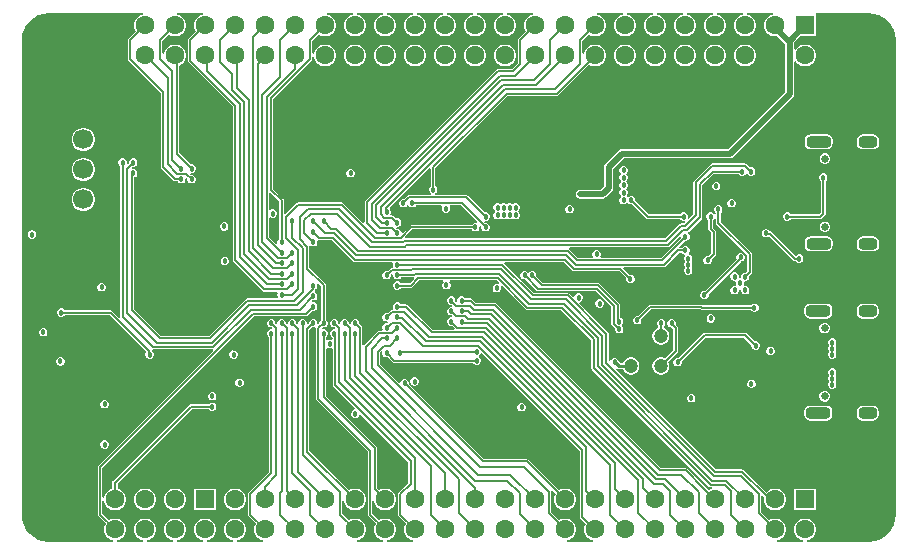
<source format=gbl>
G04*
G04 #@! TF.GenerationSoftware,Altium Limited,Altium Designer,21.1.1 (26)*
G04*
G04 Layer_Physical_Order=4*
G04 Layer_Color=16711680*
%FSLAX25Y25*%
%MOIN*%
G70*
G04*
G04 #@! TF.SameCoordinates,7EEBE310-2877-491A-A4CC-80A9302AE9BF*
G04*
G04*
G04 #@! TF.FilePolarity,Positive*
G04*
G01*
G75*
%ADD10C,0.02000*%
%ADD12C,0.01000*%
%ADD13C,0.00600*%
%ADD18C,0.00500*%
%ADD19C,0.00800*%
%ADD31R,0.06693X0.06693*%
%ADD94C,0.06693*%
%ADD95R,0.06299X0.06299*%
%ADD96C,0.06299*%
%ADD97C,0.02559*%
G04:AMPARAMS|DCode=98|XSize=39.37mil|YSize=62.99mil|CornerRadius=14.76mil|HoleSize=0mil|Usage=FLASHONLY|Rotation=90.000|XOffset=0mil|YOffset=0mil|HoleType=Round|Shape=RoundedRectangle|*
%AMROUNDEDRECTD98*
21,1,0.03937,0.03347,0,0,90.0*
21,1,0.00984,0.06299,0,0,90.0*
1,1,0.02953,0.01673,0.00492*
1,1,0.02953,0.01673,-0.00492*
1,1,0.02953,-0.01673,-0.00492*
1,1,0.02953,-0.01673,0.00492*
%
%ADD98ROUNDEDRECTD98*%
G04:AMPARAMS|DCode=99|XSize=39.37mil|YSize=82.68mil|CornerRadius=14.76mil|HoleSize=0mil|Usage=FLASHONLY|Rotation=90.000|XOffset=0mil|YOffset=0mil|HoleType=Round|Shape=RoundedRectangle|*
%AMROUNDEDRECTD99*
21,1,0.03937,0.05315,0,0,90.0*
21,1,0.00984,0.08268,0,0,90.0*
1,1,0.02953,0.02657,0.00492*
1,1,0.02953,0.02657,-0.00492*
1,1,0.02953,-0.02657,-0.00492*
1,1,0.02953,-0.02657,0.00492*
%
%ADD99ROUNDEDRECTD99*%
%ADD100C,0.01800*%
%ADD101C,0.19685*%
%ADD110C,0.04724*%
G36*
X1441697Y1346823D02*
X1440975Y1346629D01*
X1440142Y1346149D01*
X1439463Y1345469D01*
X1438982Y1344637D01*
X1438734Y1343709D01*
Y1342748D01*
X1438982Y1341820D01*
X1439316Y1341242D01*
X1436959Y1338886D01*
X1436794Y1338638D01*
X1436735Y1338345D01*
Y1330783D01*
X1434717Y1328765D01*
X1430000D01*
X1429707Y1328706D01*
X1429459Y1328541D01*
X1385959Y1285041D01*
X1385793Y1284793D01*
X1385735Y1284500D01*
Y1277553D01*
X1385250Y1277331D01*
X1378541Y1284041D01*
X1378293Y1284206D01*
X1378000Y1284265D01*
X1363500D01*
X1363207Y1284206D01*
X1362959Y1284041D01*
X1362959Y1284041D01*
X1359265Y1280346D01*
X1358765Y1280553D01*
Y1285000D01*
X1358765Y1285000D01*
X1358706Y1285293D01*
X1358541Y1285541D01*
X1355265Y1288817D01*
Y1318683D01*
X1368041Y1331459D01*
X1368041Y1331459D01*
X1368207Y1331707D01*
X1368265Y1332000D01*
X1368265Y1332000D01*
Y1332566D01*
X1368765Y1332632D01*
X1368982Y1331820D01*
X1369463Y1330987D01*
X1370142Y1330308D01*
X1370975Y1329827D01*
X1371903Y1329579D01*
X1372864D01*
X1373792Y1329827D01*
X1374624Y1330308D01*
X1375304Y1330987D01*
X1375784Y1331820D01*
X1376033Y1332748D01*
Y1333709D01*
X1375784Y1334637D01*
X1375304Y1335469D01*
X1374624Y1336149D01*
X1373792Y1336629D01*
X1372864Y1336878D01*
X1371903D01*
X1370975Y1336629D01*
X1370142Y1336149D01*
X1369463Y1335469D01*
X1368982Y1334637D01*
X1368765Y1333825D01*
X1368265Y1333891D01*
Y1338028D01*
X1370397Y1340161D01*
X1370975Y1339828D01*
X1371903Y1339579D01*
X1372864D01*
X1373792Y1339828D01*
X1374624Y1340308D01*
X1375304Y1340987D01*
X1375784Y1341820D01*
X1376033Y1342748D01*
Y1343709D01*
X1375784Y1344637D01*
X1375304Y1345469D01*
X1374624Y1346149D01*
X1373792Y1346629D01*
X1373069Y1346823D01*
X1373135Y1347323D01*
X1381631D01*
X1381697Y1346823D01*
X1380974Y1346629D01*
X1380142Y1346149D01*
X1379463Y1345469D01*
X1378982Y1344637D01*
X1378734Y1343709D01*
Y1342748D01*
X1378982Y1341820D01*
X1379463Y1340987D01*
X1380142Y1340308D01*
X1380974Y1339828D01*
X1381903Y1339579D01*
X1382864D01*
X1383792Y1339828D01*
X1384624Y1340308D01*
X1385304Y1340987D01*
X1385784Y1341820D01*
X1386033Y1342748D01*
Y1343709D01*
X1385784Y1344637D01*
X1385304Y1345469D01*
X1384624Y1346149D01*
X1383792Y1346629D01*
X1383069Y1346823D01*
X1383135Y1347323D01*
X1391632D01*
X1391697Y1346823D01*
X1390975Y1346629D01*
X1390142Y1346149D01*
X1389463Y1345469D01*
X1388982Y1344637D01*
X1388734Y1343709D01*
Y1342748D01*
X1388982Y1341820D01*
X1389463Y1340987D01*
X1390142Y1340308D01*
X1390975Y1339828D01*
X1391903Y1339579D01*
X1392864D01*
X1393792Y1339828D01*
X1394624Y1340308D01*
X1395304Y1340987D01*
X1395784Y1341820D01*
X1396033Y1342748D01*
Y1343709D01*
X1395784Y1344637D01*
X1395304Y1345469D01*
X1394624Y1346149D01*
X1393792Y1346629D01*
X1393069Y1346823D01*
X1393135Y1347323D01*
X1401632D01*
X1401697Y1346823D01*
X1400974Y1346629D01*
X1400142Y1346149D01*
X1399463Y1345469D01*
X1398982Y1344637D01*
X1398734Y1343709D01*
Y1342748D01*
X1398982Y1341820D01*
X1399463Y1340987D01*
X1400142Y1340308D01*
X1400974Y1339828D01*
X1401903Y1339579D01*
X1402864D01*
X1403792Y1339828D01*
X1404624Y1340308D01*
X1405304Y1340987D01*
X1405784Y1341820D01*
X1406033Y1342748D01*
Y1343709D01*
X1405784Y1344637D01*
X1405304Y1345469D01*
X1404624Y1346149D01*
X1403792Y1346629D01*
X1403069Y1346823D01*
X1403135Y1347323D01*
X1411631D01*
X1411697Y1346823D01*
X1410975Y1346629D01*
X1410142Y1346149D01*
X1409463Y1345469D01*
X1408982Y1344637D01*
X1408734Y1343709D01*
Y1342748D01*
X1408982Y1341820D01*
X1409463Y1340987D01*
X1410142Y1340308D01*
X1410975Y1339828D01*
X1411903Y1339579D01*
X1412864D01*
X1413792Y1339828D01*
X1414624Y1340308D01*
X1415304Y1340987D01*
X1415784Y1341820D01*
X1416033Y1342748D01*
Y1343709D01*
X1415784Y1344637D01*
X1415304Y1345469D01*
X1414624Y1346149D01*
X1413792Y1346629D01*
X1413069Y1346823D01*
X1413135Y1347323D01*
X1421632D01*
X1421697Y1346823D01*
X1420975Y1346629D01*
X1420142Y1346149D01*
X1419463Y1345469D01*
X1418982Y1344637D01*
X1418734Y1343709D01*
Y1342748D01*
X1418982Y1341820D01*
X1419463Y1340987D01*
X1420142Y1340308D01*
X1420975Y1339828D01*
X1421903Y1339579D01*
X1422864D01*
X1423792Y1339828D01*
X1424624Y1340308D01*
X1425304Y1340987D01*
X1425784Y1341820D01*
X1426033Y1342748D01*
Y1343709D01*
X1425784Y1344637D01*
X1425304Y1345469D01*
X1424624Y1346149D01*
X1423792Y1346629D01*
X1423069Y1346823D01*
X1423135Y1347323D01*
X1431631D01*
X1431697Y1346823D01*
X1430974Y1346629D01*
X1430142Y1346149D01*
X1429463Y1345469D01*
X1428982Y1344637D01*
X1428734Y1343709D01*
Y1342748D01*
X1428982Y1341820D01*
X1429463Y1340987D01*
X1430142Y1340308D01*
X1430974Y1339828D01*
X1431903Y1339579D01*
X1432864D01*
X1433792Y1339828D01*
X1434624Y1340308D01*
X1435304Y1340987D01*
X1435784Y1341820D01*
X1436033Y1342748D01*
Y1343709D01*
X1435784Y1344637D01*
X1435304Y1345469D01*
X1434624Y1346149D01*
X1433792Y1346629D01*
X1433069Y1346823D01*
X1433135Y1347323D01*
X1441632D01*
X1441697Y1346823D01*
D02*
G37*
G36*
X1555571Y1347165D02*
X1557229Y1346663D01*
X1558756Y1345846D01*
X1560095Y1344747D01*
X1561194Y1343408D01*
X1562010Y1341881D01*
X1562513Y1340224D01*
X1562679Y1338541D01*
X1562671Y1338500D01*
Y1179957D01*
X1562679Y1179916D01*
X1562513Y1178233D01*
X1562010Y1176576D01*
X1561194Y1175048D01*
X1560095Y1173709D01*
X1558756Y1172611D01*
X1557229Y1171794D01*
X1555571Y1171291D01*
X1553889Y1171126D01*
X1553848Y1171134D01*
X1533135D01*
X1533069Y1171634D01*
X1533792Y1171828D01*
X1534624Y1172308D01*
X1535304Y1172987D01*
X1535784Y1173820D01*
X1536033Y1174748D01*
Y1175709D01*
X1535784Y1176637D01*
X1535304Y1177469D01*
X1534624Y1178149D01*
X1533792Y1178629D01*
X1532864Y1178878D01*
X1531903D01*
X1530974Y1178629D01*
X1530142Y1178149D01*
X1529463Y1177469D01*
X1528982Y1176637D01*
X1528734Y1175709D01*
Y1174748D01*
X1528982Y1173820D01*
X1529463Y1172987D01*
X1530142Y1172308D01*
X1530974Y1171828D01*
X1531697Y1171634D01*
X1531632Y1171134D01*
X1523135D01*
X1523069Y1171634D01*
X1523792Y1171828D01*
X1524624Y1172308D01*
X1525304Y1172987D01*
X1525784Y1173820D01*
X1526033Y1174748D01*
Y1175709D01*
X1525784Y1176637D01*
X1525304Y1177469D01*
X1524624Y1178149D01*
X1523792Y1178629D01*
X1522864Y1178878D01*
X1521903D01*
X1520975Y1178629D01*
X1520397Y1178296D01*
X1517765Y1180928D01*
Y1186447D01*
X1518265Y1186654D01*
X1518779Y1186139D01*
X1518838Y1186100D01*
X1518734Y1185709D01*
Y1184748D01*
X1518982Y1183820D01*
X1519463Y1182987D01*
X1520142Y1182308D01*
X1520975Y1181828D01*
X1521903Y1181579D01*
X1522864D01*
X1523792Y1181828D01*
X1524624Y1182308D01*
X1525304Y1182987D01*
X1525784Y1183820D01*
X1526033Y1184748D01*
Y1185709D01*
X1525784Y1186637D01*
X1525304Y1187469D01*
X1524624Y1188149D01*
X1523792Y1188629D01*
X1522864Y1188878D01*
X1521903D01*
X1520975Y1188629D01*
X1520142Y1188149D01*
X1519538Y1187544D01*
X1512041Y1195041D01*
X1511793Y1195207D01*
X1511500Y1195265D01*
X1502817D01*
X1469491Y1228591D01*
X1469809Y1228979D01*
X1470098Y1228786D01*
X1470488Y1228709D01*
X1471693D01*
X1471716Y1228624D01*
X1472093Y1227971D01*
X1472626Y1227438D01*
X1473278Y1227061D01*
X1474006Y1226866D01*
X1474760D01*
X1475488Y1227061D01*
X1476141Y1227438D01*
X1476674Y1227971D01*
X1477050Y1228624D01*
X1477245Y1229352D01*
Y1230105D01*
X1477050Y1230833D01*
X1476674Y1231486D01*
X1476141Y1232019D01*
X1475488Y1232395D01*
X1474760Y1232591D01*
X1474006D01*
X1473278Y1232395D01*
X1472626Y1232019D01*
X1472093Y1231486D01*
X1471716Y1230833D01*
X1471693Y1230748D01*
X1470910D01*
X1470400Y1231258D01*
Y1231279D01*
X1470187Y1231793D01*
X1469793Y1232187D01*
X1469279Y1232400D01*
X1468721D01*
X1468207Y1232187D01*
X1467813Y1231793D01*
X1467733Y1231600D01*
X1467138Y1231397D01*
X1467007Y1231484D01*
Y1240382D01*
X1467007Y1240382D01*
X1466949Y1240675D01*
X1466783Y1240923D01*
X1457106Y1250600D01*
X1457279Y1251100D01*
X1457793Y1251313D01*
X1458187Y1251707D01*
X1458400Y1252221D01*
Y1252779D01*
X1458187Y1253293D01*
X1457793Y1253687D01*
X1457279Y1253900D01*
X1456721D01*
X1456207Y1253687D01*
X1455813Y1253293D01*
X1455600Y1252779D01*
X1455100Y1252606D01*
X1453833Y1253873D01*
X1453585Y1254039D01*
X1453292Y1254097D01*
X1442013D01*
X1432187Y1263923D01*
X1432341Y1264386D01*
X1432370Y1264423D01*
X1451995D01*
X1454959Y1261459D01*
X1455207Y1261294D01*
X1455500Y1261235D01*
X1470618D01*
X1472827Y1259027D01*
X1472815Y1258999D01*
Y1258442D01*
X1473028Y1257927D01*
X1473422Y1257533D01*
X1473936Y1257320D01*
X1474493D01*
X1475008Y1257533D01*
X1475402Y1257927D01*
X1475615Y1258442D01*
Y1258999D01*
X1475402Y1259513D01*
X1475008Y1259907D01*
X1474493Y1260120D01*
X1473936D01*
X1473908Y1260108D01*
X1471781Y1262235D01*
X1471988Y1262735D01*
X1485500D01*
X1485793Y1262794D01*
X1486041Y1262959D01*
X1490576Y1267495D01*
X1491391D01*
X1491402Y1267467D01*
X1491796Y1267073D01*
X1492213Y1266900D01*
X1492352Y1266559D01*
X1492380Y1266360D01*
X1492313Y1266293D01*
X1492100Y1265779D01*
Y1265222D01*
X1492313Y1264707D01*
X1492520Y1264500D01*
X1492313Y1264293D01*
X1492100Y1263778D01*
Y1263221D01*
X1492313Y1262707D01*
X1492520Y1262500D01*
X1492313Y1262293D01*
X1492100Y1261779D01*
Y1261222D01*
X1492313Y1260707D01*
X1492707Y1260313D01*
X1493221Y1260100D01*
X1493779D01*
X1494293Y1260313D01*
X1494687Y1260707D01*
X1494900Y1261222D01*
Y1261779D01*
X1494687Y1262293D01*
X1494480Y1262500D01*
X1494687Y1262707D01*
X1494900Y1263221D01*
Y1263778D01*
X1494687Y1264293D01*
X1494480Y1264500D01*
X1494687Y1264707D01*
X1494900Y1265222D01*
Y1265779D01*
X1494687Y1266293D01*
X1494293Y1266687D01*
X1493876Y1266860D01*
X1493737Y1267201D01*
X1493709Y1267400D01*
X1493776Y1267467D01*
X1493989Y1267981D01*
Y1268538D01*
X1493776Y1269053D01*
X1493382Y1269447D01*
X1492868Y1269660D01*
X1492311D01*
X1491796Y1269447D01*
X1491402Y1269053D01*
X1491391Y1269024D01*
X1490643D01*
X1490435Y1269524D01*
X1492282Y1271372D01*
X1492311Y1271360D01*
X1492868D01*
X1493382Y1271573D01*
X1493776Y1271967D01*
X1493989Y1272481D01*
Y1273038D01*
X1493776Y1273553D01*
X1493520Y1273809D01*
X1493498Y1273910D01*
X1493536Y1274304D01*
X1493579Y1274404D01*
X1493662Y1274459D01*
X1498041Y1278838D01*
X1498207Y1279086D01*
X1498265Y1279379D01*
Y1290062D01*
X1501938Y1293735D01*
X1510301D01*
X1510313Y1293707D01*
X1510707Y1293313D01*
X1511222Y1293100D01*
X1511779D01*
X1512293Y1293313D01*
X1512687Y1293707D01*
X1512729Y1293810D01*
X1513271D01*
X1513313Y1293707D01*
X1513707Y1293313D01*
X1514221Y1293100D01*
X1514779D01*
X1515293Y1293313D01*
X1515687Y1293707D01*
X1515900Y1294221D01*
Y1294779D01*
X1515687Y1295293D01*
X1515293Y1295687D01*
X1514779Y1295900D01*
X1514221D01*
X1514193Y1295888D01*
X1513041Y1297041D01*
X1512793Y1297206D01*
X1512500Y1297265D01*
X1501500D01*
X1501207Y1297206D01*
X1500959Y1297041D01*
X1500959Y1297041D01*
X1495459Y1291541D01*
X1495294Y1291293D01*
X1495235Y1291000D01*
Y1280317D01*
X1493801Y1278882D01*
X1493377Y1279165D01*
X1493400Y1279222D01*
Y1279778D01*
X1493187Y1280293D01*
X1492793Y1280687D01*
X1492278Y1280900D01*
X1491722D01*
X1491207Y1280687D01*
X1490836Y1280316D01*
X1480338D01*
X1475900Y1284754D01*
Y1285279D01*
X1475687Y1285793D01*
X1475293Y1286187D01*
X1474778Y1286400D01*
X1474222D01*
X1473707Y1286187D01*
X1473577Y1286057D01*
X1473477Y1285989D01*
X1473297Y1286040D01*
X1473096Y1286488D01*
X1473095Y1286615D01*
X1473187Y1286707D01*
X1473400Y1287222D01*
Y1287778D01*
X1473187Y1288293D01*
X1473057Y1288423D01*
X1472836Y1288750D01*
X1473057Y1289077D01*
X1473187Y1289207D01*
X1473400Y1289721D01*
Y1290279D01*
X1473187Y1290793D01*
X1473057Y1290923D01*
X1472836Y1291250D01*
X1473057Y1291577D01*
X1473187Y1291707D01*
X1473400Y1292222D01*
Y1292778D01*
X1473187Y1293293D01*
X1473057Y1293423D01*
X1472836Y1293750D01*
X1473057Y1294077D01*
X1473187Y1294207D01*
X1473400Y1294722D01*
Y1295278D01*
X1473187Y1295793D01*
X1472793Y1296187D01*
X1472278Y1296400D01*
X1471721D01*
X1471207Y1296187D01*
X1470813Y1295793D01*
X1470600Y1295278D01*
Y1294722D01*
X1470813Y1294207D01*
X1470944Y1294077D01*
X1471164Y1293750D01*
X1470944Y1293423D01*
X1470813Y1293293D01*
X1470600Y1292778D01*
Y1292222D01*
X1470813Y1291707D01*
X1470944Y1291577D01*
X1471164Y1291250D01*
X1470944Y1290923D01*
X1470813Y1290793D01*
X1470600Y1290279D01*
Y1289721D01*
X1470813Y1289207D01*
X1470944Y1289077D01*
X1471164Y1288750D01*
X1470944Y1288423D01*
X1470813Y1288293D01*
X1470600Y1287778D01*
Y1287222D01*
X1470813Y1286707D01*
X1470944Y1286577D01*
X1471164Y1286250D01*
X1470944Y1285923D01*
X1470813Y1285793D01*
X1470600Y1285279D01*
Y1284721D01*
X1470813Y1284207D01*
X1471207Y1283813D01*
X1471721Y1283600D01*
X1472278D01*
X1472793Y1283813D01*
X1472923Y1283943D01*
X1473250Y1284164D01*
X1473577Y1283943D01*
X1473707Y1283813D01*
X1474222Y1283600D01*
X1474747D01*
X1479423Y1278923D01*
X1479423Y1278923D01*
X1479688Y1278746D01*
X1480000Y1278684D01*
X1490836D01*
X1491207Y1278313D01*
X1491722Y1278100D01*
X1492278D01*
X1492335Y1278123D01*
X1492618Y1277699D01*
X1492183Y1277265D01*
X1491000D01*
X1491000Y1277265D01*
X1490707Y1277207D01*
X1490459Y1277041D01*
X1485683Y1272265D01*
X1399318D01*
X1399111Y1272765D01*
X1401582Y1275235D01*
X1421301D01*
X1421313Y1275207D01*
X1421707Y1274813D01*
X1422221Y1274600D01*
X1422779D01*
X1423293Y1274813D01*
X1423687Y1275207D01*
X1423900Y1275721D01*
Y1276177D01*
X1424157Y1276368D01*
X1424362Y1276439D01*
X1424600Y1276235D01*
Y1275721D01*
X1424813Y1275207D01*
X1425207Y1274813D01*
X1425721Y1274600D01*
X1426278D01*
X1426793Y1274813D01*
X1427187Y1275207D01*
X1427400Y1275721D01*
Y1276278D01*
X1427187Y1276793D01*
X1426793Y1277187D01*
X1426278Y1277400D01*
X1425765D01*
X1425561Y1277638D01*
X1425632Y1277843D01*
X1425823Y1278100D01*
X1426278D01*
X1426793Y1278313D01*
X1427187Y1278707D01*
X1427400Y1279222D01*
Y1279778D01*
X1427187Y1280293D01*
X1426793Y1280687D01*
X1426278Y1280900D01*
X1425721D01*
X1425693Y1280888D01*
X1420041Y1286541D01*
X1419793Y1286707D01*
X1419500Y1286765D01*
X1409276D01*
X1409176Y1287265D01*
X1409293Y1287313D01*
X1409687Y1287707D01*
X1409900Y1288221D01*
Y1288778D01*
X1409687Y1289293D01*
X1409293Y1289687D01*
X1409265Y1289699D01*
Y1295577D01*
X1433423Y1319735D01*
X1449655D01*
X1449947Y1319794D01*
X1450196Y1319959D01*
X1459541Y1329304D01*
X1459541Y1329304D01*
X1459541Y1329305D01*
X1460397Y1330161D01*
X1460975Y1329827D01*
X1461903Y1329579D01*
X1462864D01*
X1463792Y1329827D01*
X1464624Y1330308D01*
X1465304Y1330987D01*
X1465784Y1331820D01*
X1466033Y1332748D01*
Y1333709D01*
X1465784Y1334637D01*
X1465304Y1335469D01*
X1464624Y1336149D01*
X1463792Y1336629D01*
X1462864Y1336878D01*
X1461903D01*
X1460975Y1336629D01*
X1460142Y1336149D01*
X1459463Y1335469D01*
X1458982Y1334637D01*
X1458765Y1333825D01*
X1458265Y1333891D01*
Y1338028D01*
X1460397Y1340161D01*
X1460975Y1339828D01*
X1461903Y1339579D01*
X1462864D01*
X1463792Y1339828D01*
X1464624Y1340308D01*
X1465304Y1340987D01*
X1465784Y1341820D01*
X1466033Y1342748D01*
Y1343709D01*
X1465784Y1344637D01*
X1465304Y1345469D01*
X1464624Y1346149D01*
X1463792Y1346629D01*
X1463069Y1346823D01*
X1463135Y1347323D01*
X1471632D01*
X1471697Y1346823D01*
X1470975Y1346629D01*
X1470142Y1346149D01*
X1469463Y1345469D01*
X1468982Y1344637D01*
X1468734Y1343709D01*
Y1342748D01*
X1468982Y1341820D01*
X1469463Y1340987D01*
X1470142Y1340308D01*
X1470975Y1339828D01*
X1471903Y1339579D01*
X1472864D01*
X1473792Y1339828D01*
X1474624Y1340308D01*
X1475304Y1340987D01*
X1475784Y1341820D01*
X1476033Y1342748D01*
Y1343709D01*
X1475784Y1344637D01*
X1475304Y1345469D01*
X1474624Y1346149D01*
X1473792Y1346629D01*
X1473069Y1346823D01*
X1473135Y1347323D01*
X1481631D01*
X1481697Y1346823D01*
X1480974Y1346629D01*
X1480142Y1346149D01*
X1479463Y1345469D01*
X1478982Y1344637D01*
X1478734Y1343709D01*
Y1342748D01*
X1478982Y1341820D01*
X1479463Y1340987D01*
X1480142Y1340308D01*
X1480974Y1339828D01*
X1481903Y1339579D01*
X1482864D01*
X1483792Y1339828D01*
X1484624Y1340308D01*
X1485304Y1340987D01*
X1485784Y1341820D01*
X1486033Y1342748D01*
Y1343709D01*
X1485784Y1344637D01*
X1485304Y1345469D01*
X1484624Y1346149D01*
X1483792Y1346629D01*
X1483069Y1346823D01*
X1483135Y1347323D01*
X1491632D01*
X1491697Y1346823D01*
X1490975Y1346629D01*
X1490142Y1346149D01*
X1489463Y1345469D01*
X1488982Y1344637D01*
X1488734Y1343709D01*
Y1342748D01*
X1488982Y1341820D01*
X1489463Y1340987D01*
X1490142Y1340308D01*
X1490975Y1339828D01*
X1491903Y1339579D01*
X1492864D01*
X1493792Y1339828D01*
X1494624Y1340308D01*
X1495304Y1340987D01*
X1495784Y1341820D01*
X1496033Y1342748D01*
Y1343709D01*
X1495784Y1344637D01*
X1495304Y1345469D01*
X1494624Y1346149D01*
X1493792Y1346629D01*
X1493069Y1346823D01*
X1493135Y1347323D01*
X1501632D01*
X1501697Y1346823D01*
X1500974Y1346629D01*
X1500142Y1346149D01*
X1499463Y1345469D01*
X1498982Y1344637D01*
X1498734Y1343709D01*
Y1342748D01*
X1498982Y1341820D01*
X1499463Y1340987D01*
X1500142Y1340308D01*
X1500974Y1339828D01*
X1501903Y1339579D01*
X1502864D01*
X1503792Y1339828D01*
X1504624Y1340308D01*
X1505304Y1340987D01*
X1505784Y1341820D01*
X1506033Y1342748D01*
Y1343709D01*
X1505784Y1344637D01*
X1505304Y1345469D01*
X1504624Y1346149D01*
X1503792Y1346629D01*
X1503069Y1346823D01*
X1503135Y1347323D01*
X1511631D01*
X1511697Y1346823D01*
X1510975Y1346629D01*
X1510142Y1346149D01*
X1509463Y1345469D01*
X1508982Y1344637D01*
X1508734Y1343709D01*
Y1342748D01*
X1508982Y1341820D01*
X1509463Y1340987D01*
X1510142Y1340308D01*
X1510975Y1339828D01*
X1511903Y1339579D01*
X1512864D01*
X1513792Y1339828D01*
X1514624Y1340308D01*
X1515304Y1340987D01*
X1515784Y1341820D01*
X1516033Y1342748D01*
Y1343709D01*
X1515784Y1344637D01*
X1515304Y1345469D01*
X1514624Y1346149D01*
X1513792Y1346629D01*
X1513069Y1346823D01*
X1513135Y1347323D01*
X1521632D01*
X1521697Y1346823D01*
X1520975Y1346629D01*
X1520142Y1346149D01*
X1519463Y1345469D01*
X1518982Y1344637D01*
X1518734Y1343709D01*
Y1342748D01*
X1518982Y1341820D01*
X1519463Y1340987D01*
X1520142Y1340308D01*
X1520975Y1339828D01*
X1521903Y1339579D01*
X1522864D01*
X1523101Y1339643D01*
X1525753Y1336991D01*
Y1320916D01*
X1510419Y1305581D01*
X1506866Y1302029D01*
X1471500D01*
X1470915Y1301913D01*
X1470419Y1301581D01*
X1465919Y1297081D01*
X1465587Y1296585D01*
X1465471Y1296000D01*
Y1289633D01*
X1464367Y1288529D01*
X1457500D01*
X1456915Y1288413D01*
X1456419Y1288081D01*
X1456087Y1287585D01*
X1455971Y1287000D01*
X1456087Y1286415D01*
X1456419Y1285919D01*
X1456915Y1285587D01*
X1457500Y1285471D01*
X1465000D01*
X1465585Y1285587D01*
X1466081Y1285919D01*
X1468081Y1287919D01*
X1468413Y1288415D01*
X1468529Y1289000D01*
Y1295366D01*
X1472134Y1298971D01*
X1507500D01*
X1508085Y1299087D01*
X1508581Y1299419D01*
X1512581Y1303419D01*
X1512582Y1303419D01*
X1528364Y1319201D01*
X1528695Y1319697D01*
X1528812Y1320282D01*
Y1331115D01*
X1529312Y1331249D01*
X1529463Y1330987D01*
X1530142Y1330308D01*
X1530974Y1329827D01*
X1531903Y1329579D01*
X1532864D01*
X1533792Y1329827D01*
X1534624Y1330308D01*
X1535304Y1330987D01*
X1535784Y1331820D01*
X1536033Y1332748D01*
Y1333709D01*
X1535784Y1334637D01*
X1535304Y1335469D01*
X1534624Y1336149D01*
X1533792Y1336629D01*
X1532864Y1336878D01*
X1531903D01*
X1530974Y1336629D01*
X1530142Y1336149D01*
X1529463Y1335469D01*
X1529312Y1335208D01*
X1528812Y1335342D01*
Y1337494D01*
X1530896Y1339579D01*
X1536033D01*
Y1346823D01*
X1536033Y1346878D01*
X1536166Y1347323D01*
X1553848D01*
X1553889Y1347331D01*
X1555571Y1347165D01*
D02*
G37*
G36*
X1407735Y1295461D02*
Y1289699D01*
X1407707Y1289687D01*
X1407313Y1289293D01*
X1407100Y1288778D01*
Y1288221D01*
X1407313Y1287707D01*
X1407707Y1287313D01*
X1407824Y1287265D01*
X1407724Y1286765D01*
X1400500D01*
X1400500Y1286765D01*
X1400207Y1286707D01*
X1399959Y1286541D01*
X1398807Y1285388D01*
X1398779Y1285400D01*
X1398221D01*
X1397707Y1285187D01*
X1397313Y1284793D01*
X1397100Y1284278D01*
Y1283722D01*
X1397313Y1283207D01*
X1397707Y1282813D01*
X1398221Y1282600D01*
X1398779D01*
X1399293Y1282813D01*
X1399687Y1283207D01*
X1399729Y1283310D01*
X1400271D01*
X1400313Y1283207D01*
X1400707Y1282813D01*
X1401221Y1282600D01*
X1401779D01*
X1402293Y1282813D01*
X1402687Y1283207D01*
X1402699Y1283235D01*
X1411273D01*
X1411506Y1282735D01*
X1411350Y1282358D01*
Y1281801D01*
X1411563Y1281287D01*
X1411957Y1280893D01*
X1412472Y1280680D01*
X1413029D01*
X1413543Y1280893D01*
X1413937Y1281287D01*
X1414150Y1281801D01*
Y1282358D01*
X1413994Y1282735D01*
X1414228Y1283235D01*
X1417683D01*
X1423118Y1277801D01*
X1422835Y1277377D01*
X1422779Y1277400D01*
X1422221D01*
X1421707Y1277187D01*
X1421313Y1276793D01*
X1421301Y1276765D01*
X1401265D01*
X1401265Y1276765D01*
X1400972Y1276707D01*
X1400724Y1276541D01*
X1400724Y1276541D01*
X1398400Y1274216D01*
X1398208Y1274240D01*
X1397857Y1274381D01*
X1397687Y1274793D01*
X1397293Y1275187D01*
X1396778Y1275400D01*
X1396265D01*
X1396061Y1275638D01*
X1396132Y1275843D01*
X1396323Y1276100D01*
X1396778D01*
X1397293Y1276313D01*
X1397687Y1276707D01*
X1397900Y1277221D01*
Y1277779D01*
X1397687Y1278293D01*
X1397293Y1278687D01*
X1396778Y1278900D01*
X1396222D01*
X1396193Y1278888D01*
X1395391Y1279691D01*
X1395143Y1279856D01*
X1394850Y1279915D01*
X1394548D01*
X1394273Y1280415D01*
X1394400Y1280721D01*
Y1281279D01*
X1394187Y1281793D01*
X1394127Y1281853D01*
X1394119Y1282552D01*
X1407235Y1295669D01*
X1407735Y1295461D01*
D02*
G37*
G36*
X1357235Y1284683D02*
Y1272199D01*
X1357207Y1272187D01*
X1356813Y1271793D01*
X1356600Y1271278D01*
Y1270722D01*
X1356623Y1270665D01*
X1356199Y1270382D01*
X1353765Y1272817D01*
Y1279048D01*
X1354004Y1279192D01*
X1354265Y1279289D01*
X1354722Y1279100D01*
X1355278D01*
X1355793Y1279313D01*
X1356187Y1279707D01*
X1356400Y1280221D01*
Y1280779D01*
X1356187Y1281293D01*
X1355793Y1281687D01*
X1355278Y1281900D01*
X1354722D01*
X1354265Y1281711D01*
X1354004Y1281808D01*
X1353765Y1281952D01*
Y1287447D01*
X1354265Y1287654D01*
X1357235Y1284683D01*
D02*
G37*
G36*
X1370500Y1271735D02*
X1370500Y1271735D01*
X1374683D01*
X1381771Y1264647D01*
X1382019Y1264482D01*
X1382312Y1264423D01*
X1394826D01*
X1395160Y1263923D01*
X1395100Y1263778D01*
Y1263221D01*
X1395227Y1262915D01*
X1394952Y1262415D01*
X1394650D01*
X1394357Y1262356D01*
X1394109Y1262191D01*
X1393307Y1261388D01*
X1393279Y1261400D01*
X1392721D01*
X1392207Y1261187D01*
X1391813Y1260793D01*
X1391600Y1260279D01*
Y1259721D01*
X1391813Y1259207D01*
X1392207Y1258813D01*
X1392721Y1258600D01*
X1393279D01*
X1393793Y1258813D01*
X1394187Y1259207D01*
X1394400Y1259721D01*
Y1260235D01*
X1394638Y1260439D01*
X1394843Y1260368D01*
X1395100Y1260177D01*
Y1259721D01*
X1395313Y1259207D01*
X1395707Y1258813D01*
X1396222Y1258600D01*
X1396778D01*
X1397293Y1258813D01*
X1397687Y1259207D01*
X1397699Y1259235D01*
X1401947D01*
X1402047Y1259111D01*
X1402180Y1258761D01*
X1400683Y1257265D01*
X1397699D01*
X1397687Y1257293D01*
X1397293Y1257687D01*
X1396778Y1257900D01*
X1396222D01*
X1395707Y1257687D01*
X1395313Y1257293D01*
X1395100Y1256779D01*
Y1256221D01*
X1395313Y1255707D01*
X1395707Y1255313D01*
X1396222Y1255100D01*
X1396778D01*
X1397293Y1255313D01*
X1397687Y1255707D01*
X1397699Y1255735D01*
X1401000D01*
X1401293Y1255793D01*
X1401541Y1255959D01*
X1403817Y1258235D01*
X1411888D01*
X1411906Y1258208D01*
X1412042Y1257735D01*
X1411749Y1257443D01*
X1411536Y1256929D01*
Y1256371D01*
X1411749Y1255857D01*
X1412143Y1255463D01*
X1412658Y1255250D01*
X1413215D01*
X1413729Y1255463D01*
X1414123Y1255857D01*
X1414336Y1256371D01*
Y1256929D01*
X1414123Y1257443D01*
X1413831Y1257735D01*
X1413967Y1258208D01*
X1413984Y1258235D01*
X1429712D01*
X1430592Y1257355D01*
X1430309Y1256932D01*
X1429979Y1257068D01*
X1429422D01*
X1428907Y1256855D01*
X1428514Y1256461D01*
X1428300Y1255947D01*
Y1255390D01*
X1428514Y1254875D01*
X1428907Y1254482D01*
X1429422Y1254268D01*
X1429979D01*
X1430493Y1254482D01*
X1430887Y1254875D01*
X1431100Y1255390D01*
Y1255947D01*
X1430964Y1256277D01*
X1431388Y1256560D01*
X1439398Y1248549D01*
X1439646Y1248384D01*
X1439939Y1248325D01*
X1451218D01*
X1461235Y1238308D01*
Y1229000D01*
X1461294Y1228707D01*
X1461459Y1228459D01*
X1500459Y1189459D01*
X1500707Y1189293D01*
X1501000Y1189235D01*
X1501305D01*
X1501370Y1188735D01*
X1500974Y1188629D01*
X1500397Y1188296D01*
X1499101Y1189592D01*
X1499101Y1189592D01*
X1493152Y1195541D01*
X1492904Y1195706D01*
X1492612Y1195765D01*
X1484423D01*
X1429647Y1250541D01*
X1429399Y1250706D01*
X1429107Y1250765D01*
X1422817D01*
X1421541Y1252041D01*
X1421293Y1252207D01*
X1421000Y1252265D01*
X1419199D01*
X1419187Y1252293D01*
X1418793Y1252687D01*
X1418279Y1252900D01*
X1417721D01*
X1417207Y1252687D01*
X1416813Y1252293D01*
X1416600Y1251779D01*
Y1251323D01*
X1416343Y1251132D01*
X1416138Y1251061D01*
X1415900Y1251265D01*
Y1251779D01*
X1415687Y1252293D01*
X1415293Y1252687D01*
X1414779Y1252900D01*
X1414221D01*
X1413707Y1252687D01*
X1413313Y1252293D01*
X1413100Y1251779D01*
Y1251221D01*
X1413313Y1250707D01*
X1413707Y1250313D01*
X1414221Y1250100D01*
X1414735D01*
X1414939Y1249862D01*
X1414868Y1249657D01*
X1414677Y1249400D01*
X1414221D01*
X1413707Y1249187D01*
X1413313Y1248793D01*
X1413100Y1248279D01*
Y1247721D01*
X1413313Y1247207D01*
X1413707Y1246813D01*
X1414221Y1246600D01*
X1414735D01*
X1414939Y1246362D01*
X1414868Y1246157D01*
X1414677Y1245900D01*
X1414221D01*
X1413707Y1245687D01*
X1413313Y1245293D01*
X1413100Y1244779D01*
Y1244221D01*
X1413313Y1243707D01*
X1413707Y1243313D01*
X1414221Y1243100D01*
X1414779D01*
X1414807Y1243112D01*
X1415654Y1242265D01*
X1415447Y1241765D01*
X1408317D01*
X1400041Y1250041D01*
X1399793Y1250206D01*
X1399500Y1250265D01*
X1397699D01*
X1397687Y1250293D01*
X1397293Y1250687D01*
X1396778Y1250900D01*
X1396222D01*
X1395707Y1250687D01*
X1395313Y1250293D01*
X1395100Y1249778D01*
Y1249222D01*
X1395227Y1248915D01*
X1394952Y1248415D01*
X1394650D01*
X1394357Y1248357D01*
X1394109Y1248191D01*
X1393307Y1247388D01*
X1393279Y1247400D01*
X1392721D01*
X1392207Y1247187D01*
X1391813Y1246793D01*
X1391600Y1246278D01*
Y1245722D01*
X1391813Y1245207D01*
X1392207Y1244813D01*
X1392721Y1244600D01*
X1393177D01*
X1393368Y1244343D01*
X1393439Y1244138D01*
X1393235Y1243900D01*
X1392721D01*
X1392207Y1243687D01*
X1391813Y1243293D01*
X1391600Y1242778D01*
Y1242222D01*
X1391683Y1242022D01*
X1391348Y1241522D01*
X1390558D01*
X1390265Y1241464D01*
X1390017Y1241298D01*
X1385459Y1236741D01*
X1385415Y1236674D01*
X1384915Y1236826D01*
Y1242350D01*
X1384857Y1242643D01*
X1384691Y1242891D01*
X1383888Y1243693D01*
X1383900Y1243721D01*
Y1244279D01*
X1383687Y1244793D01*
X1383293Y1245187D01*
X1382778Y1245400D01*
X1382222D01*
X1381707Y1245187D01*
X1381313Y1244793D01*
X1381100Y1244279D01*
Y1243823D01*
X1380843Y1243632D01*
X1380638Y1243561D01*
X1380400Y1243765D01*
Y1244279D01*
X1380187Y1244793D01*
X1379793Y1245187D01*
X1379278Y1245400D01*
X1378722D01*
X1378207Y1245187D01*
X1377813Y1244793D01*
X1377600Y1244279D01*
Y1243823D01*
X1377343Y1243632D01*
X1377138Y1243561D01*
X1376900Y1243765D01*
Y1244279D01*
X1376687Y1244793D01*
X1376293Y1245187D01*
X1375778Y1245400D01*
X1375222D01*
X1374707Y1245187D01*
X1374313Y1244793D01*
X1374100Y1244279D01*
Y1243721D01*
X1374313Y1243207D01*
X1374707Y1242813D01*
X1375222Y1242600D01*
X1375735D01*
X1375939Y1242362D01*
X1375868Y1242157D01*
X1375677Y1241900D01*
X1375222D01*
X1374707Y1241687D01*
X1374313Y1241293D01*
X1374100Y1240779D01*
Y1240222D01*
X1374313Y1239707D01*
X1374707Y1239313D01*
X1374967Y1239205D01*
Y1238666D01*
X1374467Y1238337D01*
X1374252Y1238426D01*
X1373695D01*
X1373265Y1238248D01*
X1372947Y1238377D01*
X1372765Y1238504D01*
Y1239301D01*
X1372793Y1239313D01*
X1373187Y1239707D01*
X1373400Y1240222D01*
Y1240779D01*
X1373187Y1241293D01*
X1372793Y1241687D01*
X1372278Y1241900D01*
X1371823D01*
X1371632Y1242157D01*
X1371561Y1242362D01*
X1371765Y1242600D01*
X1372278D01*
X1372793Y1242813D01*
X1373187Y1243207D01*
X1373400Y1243721D01*
Y1244279D01*
X1373187Y1244793D01*
X1372793Y1245187D01*
X1372765Y1245199D01*
Y1256704D01*
X1372707Y1256997D01*
X1372541Y1257245D01*
X1372541Y1257245D01*
X1367265Y1262521D01*
Y1269500D01*
X1367253Y1269560D01*
X1367707Y1269813D01*
X1368221Y1269600D01*
X1368779D01*
X1369293Y1269813D01*
X1369687Y1270207D01*
X1369900Y1270722D01*
Y1271278D01*
X1369832Y1271443D01*
X1370135Y1271726D01*
X1370230Y1271789D01*
X1370500Y1271735D01*
D02*
G37*
G36*
X1491022Y1272612D02*
X1491066Y1272318D01*
X1484513Y1265765D01*
X1464452D01*
X1464308Y1266004D01*
X1464211Y1266265D01*
X1464400Y1266722D01*
Y1267278D01*
X1464187Y1267793D01*
X1463793Y1268187D01*
X1463278Y1268400D01*
X1462722D01*
X1462207Y1268187D01*
X1461813Y1267793D01*
X1461600Y1267278D01*
Y1266722D01*
X1461789Y1266265D01*
X1461692Y1266004D01*
X1461548Y1265765D01*
X1456817D01*
X1453868Y1268713D01*
X1453835Y1268735D01*
X1453987Y1269235D01*
X1486621D01*
X1486914Y1269293D01*
X1487162Y1269459D01*
X1490491Y1272789D01*
X1491022Y1272612D01*
D02*
G37*
G36*
X1371235Y1256387D02*
Y1245199D01*
X1371207Y1245187D01*
X1370813Y1244793D01*
X1370600Y1244279D01*
Y1243765D01*
X1370362Y1243561D01*
X1370157Y1243632D01*
X1369900Y1243823D01*
Y1244279D01*
X1369687Y1244793D01*
X1369293Y1245187D01*
X1368779Y1245400D01*
X1368221D01*
X1367707Y1245187D01*
X1367313Y1244793D01*
X1367100Y1244279D01*
Y1243765D01*
X1366862Y1243561D01*
X1366657Y1243632D01*
X1366400Y1243823D01*
Y1244279D01*
X1366187Y1244793D01*
X1365793Y1245187D01*
X1365279Y1245400D01*
X1364721D01*
X1364207Y1245187D01*
X1363813Y1244793D01*
X1363600Y1244279D01*
Y1243823D01*
X1363343Y1243632D01*
X1363138Y1243561D01*
X1362900Y1243765D01*
Y1244279D01*
X1362687Y1244793D01*
X1362293Y1245187D01*
X1361779Y1245400D01*
X1361222D01*
X1360707Y1245187D01*
X1360313Y1244793D01*
X1360100Y1244279D01*
Y1243823D01*
X1359843Y1243632D01*
X1359638Y1243561D01*
X1359400Y1243765D01*
Y1244279D01*
X1359187Y1244793D01*
X1358793Y1245187D01*
X1358278Y1245400D01*
X1357722D01*
X1357207Y1245187D01*
X1356813Y1244793D01*
X1356600Y1244279D01*
Y1243823D01*
X1356343Y1243632D01*
X1356138Y1243561D01*
X1355900Y1243765D01*
Y1244279D01*
X1355687Y1244793D01*
X1355293Y1245187D01*
X1354778Y1245400D01*
X1354222D01*
X1353707Y1245187D01*
X1353313Y1244793D01*
X1353100Y1244279D01*
Y1243721D01*
X1353313Y1243207D01*
X1353707Y1242813D01*
X1354222Y1242600D01*
X1354735D01*
X1354939Y1242362D01*
X1354868Y1242157D01*
X1354677Y1241900D01*
X1354222D01*
X1353707Y1241687D01*
X1353313Y1241293D01*
X1353100Y1240779D01*
Y1240222D01*
X1353313Y1239707D01*
X1353707Y1239313D01*
X1353735Y1239301D01*
Y1194317D01*
X1346959Y1187541D01*
X1346793Y1187293D01*
X1346735Y1187000D01*
Y1180112D01*
X1346793Y1179819D01*
X1346959Y1179571D01*
X1349316Y1177214D01*
X1348982Y1176637D01*
X1348734Y1175709D01*
Y1174748D01*
X1348982Y1173820D01*
X1349463Y1172987D01*
X1350142Y1172308D01*
X1350974Y1171828D01*
X1351697Y1171634D01*
X1351632Y1171134D01*
X1343135D01*
X1343069Y1171634D01*
X1343792Y1171828D01*
X1344624Y1172308D01*
X1345304Y1172987D01*
X1345784Y1173820D01*
X1346033Y1174748D01*
Y1175709D01*
X1345784Y1176637D01*
X1345304Y1177469D01*
X1344624Y1178149D01*
X1343792Y1178629D01*
X1342864Y1178878D01*
X1341903D01*
X1340975Y1178629D01*
X1340142Y1178149D01*
X1339463Y1177469D01*
X1338982Y1176637D01*
X1338734Y1175709D01*
Y1174748D01*
X1338982Y1173820D01*
X1339463Y1172987D01*
X1340142Y1172308D01*
X1340975Y1171828D01*
X1341697Y1171634D01*
X1341632Y1171134D01*
X1333135D01*
X1333069Y1171634D01*
X1333792Y1171828D01*
X1334624Y1172308D01*
X1335304Y1172987D01*
X1335784Y1173820D01*
X1336033Y1174748D01*
Y1175709D01*
X1335784Y1176637D01*
X1335304Y1177469D01*
X1334624Y1178149D01*
X1333792Y1178629D01*
X1332864Y1178878D01*
X1331903D01*
X1330974Y1178629D01*
X1330142Y1178149D01*
X1329463Y1177469D01*
X1328982Y1176637D01*
X1328734Y1175709D01*
Y1174748D01*
X1328982Y1173820D01*
X1329463Y1172987D01*
X1330142Y1172308D01*
X1330974Y1171828D01*
X1331697Y1171634D01*
X1331632Y1171134D01*
X1323135D01*
X1323069Y1171634D01*
X1323792Y1171828D01*
X1324624Y1172308D01*
X1325304Y1172987D01*
X1325784Y1173820D01*
X1326033Y1174748D01*
Y1175709D01*
X1325784Y1176637D01*
X1325304Y1177469D01*
X1324624Y1178149D01*
X1323792Y1178629D01*
X1322864Y1178878D01*
X1321903D01*
X1320975Y1178629D01*
X1320142Y1178149D01*
X1319463Y1177469D01*
X1318982Y1176637D01*
X1318734Y1175709D01*
Y1174748D01*
X1318982Y1173820D01*
X1319463Y1172987D01*
X1320142Y1172308D01*
X1320975Y1171828D01*
X1321697Y1171634D01*
X1321632Y1171134D01*
X1313135D01*
X1313069Y1171634D01*
X1313792Y1171828D01*
X1314624Y1172308D01*
X1315304Y1172987D01*
X1315784Y1173820D01*
X1316033Y1174748D01*
Y1175709D01*
X1315784Y1176637D01*
X1315304Y1177469D01*
X1314624Y1178149D01*
X1313792Y1178629D01*
X1312864Y1178878D01*
X1311903D01*
X1310975Y1178629D01*
X1310142Y1178149D01*
X1309463Y1177469D01*
X1308982Y1176637D01*
X1308734Y1175709D01*
Y1174748D01*
X1308982Y1173820D01*
X1309463Y1172987D01*
X1310142Y1172308D01*
X1310975Y1171828D01*
X1311697Y1171634D01*
X1311632Y1171134D01*
X1303135D01*
X1303069Y1171634D01*
X1303792Y1171828D01*
X1304624Y1172308D01*
X1305304Y1172987D01*
X1305784Y1173820D01*
X1306033Y1174748D01*
Y1175709D01*
X1305784Y1176637D01*
X1305304Y1177469D01*
X1304624Y1178149D01*
X1303792Y1178629D01*
X1302864Y1178878D01*
X1301903D01*
X1300974Y1178629D01*
X1300397Y1178296D01*
X1298265Y1180428D01*
Y1184566D01*
X1298765Y1184632D01*
X1298982Y1183820D01*
X1299463Y1182987D01*
X1300142Y1182308D01*
X1300974Y1181828D01*
X1301903Y1181579D01*
X1302864D01*
X1303792Y1181828D01*
X1304624Y1182308D01*
X1305304Y1182987D01*
X1305784Y1183820D01*
X1306033Y1184748D01*
Y1185709D01*
X1305784Y1186637D01*
X1305304Y1187469D01*
X1304624Y1188149D01*
X1303792Y1188629D01*
X1303301Y1188761D01*
Y1190503D01*
X1328022Y1215224D01*
X1333798D01*
X1334067Y1214955D01*
X1334581Y1214742D01*
X1335139D01*
X1335653Y1214955D01*
X1336047Y1215349D01*
X1336260Y1215864D01*
Y1216421D01*
X1336047Y1216935D01*
X1335653Y1217329D01*
X1335139Y1217542D01*
X1334581D01*
X1334067Y1217329D01*
X1333798Y1217060D01*
X1327642D01*
X1327291Y1216990D01*
X1326993Y1216791D01*
X1301734Y1191532D01*
X1301535Y1191234D01*
X1301466Y1190883D01*
Y1188761D01*
X1300974Y1188629D01*
X1300142Y1188149D01*
X1299463Y1187469D01*
X1298982Y1186637D01*
X1298765Y1185825D01*
X1298265Y1185891D01*
Y1195683D01*
X1348817Y1246235D01*
X1366000D01*
X1366293Y1246294D01*
X1366541Y1246459D01*
X1368193Y1248112D01*
X1368221Y1248100D01*
X1368779D01*
X1369293Y1248313D01*
X1369687Y1248707D01*
X1369900Y1249222D01*
Y1249778D01*
X1369687Y1250293D01*
X1369293Y1250687D01*
X1368779Y1250900D01*
X1368323D01*
X1368132Y1251157D01*
X1368061Y1251362D01*
X1368265Y1251600D01*
X1368779D01*
X1369293Y1251813D01*
X1369687Y1252207D01*
X1369900Y1252722D01*
Y1253279D01*
X1369687Y1253793D01*
X1369293Y1254187D01*
X1369068Y1254280D01*
X1368955Y1254578D01*
X1368920Y1254862D01*
X1369040Y1255041D01*
X1369076Y1255223D01*
X1369293Y1255313D01*
X1369687Y1255707D01*
X1369900Y1256221D01*
Y1256779D01*
X1369732Y1257183D01*
X1370156Y1257466D01*
X1371235Y1256387D01*
D02*
G37*
G36*
X1369143Y1242706D02*
X1369490Y1242357D01*
X1369465Y1242229D01*
Y1218771D01*
X1369523Y1218478D01*
X1369689Y1218230D01*
X1386735Y1201183D01*
Y1180112D01*
X1386794Y1179819D01*
X1386959Y1179571D01*
X1389316Y1177214D01*
X1388982Y1176637D01*
X1388734Y1175709D01*
Y1174748D01*
X1388982Y1173820D01*
X1389463Y1172987D01*
X1390142Y1172308D01*
X1390975Y1171828D01*
X1391697Y1171634D01*
X1391632Y1171134D01*
X1383135D01*
X1383069Y1171634D01*
X1383792Y1171828D01*
X1384624Y1172308D01*
X1385304Y1172987D01*
X1385784Y1173820D01*
X1386033Y1174748D01*
Y1175709D01*
X1385784Y1176637D01*
X1385304Y1177469D01*
X1384624Y1178149D01*
X1383792Y1178629D01*
X1382864Y1178878D01*
X1381903D01*
X1380974Y1178629D01*
X1380397Y1178296D01*
X1378265Y1180428D01*
Y1184566D01*
X1378765Y1184632D01*
X1378982Y1183820D01*
X1379463Y1182987D01*
X1380142Y1182308D01*
X1380974Y1181828D01*
X1381903Y1181579D01*
X1382864D01*
X1383792Y1181828D01*
X1384624Y1182308D01*
X1385304Y1182987D01*
X1385784Y1183820D01*
X1386033Y1184748D01*
Y1185709D01*
X1385784Y1186637D01*
X1385304Y1187469D01*
X1384624Y1188149D01*
X1383792Y1188629D01*
X1382864Y1188878D01*
X1381903D01*
X1380974Y1188629D01*
X1380397Y1188296D01*
X1367265Y1201428D01*
Y1241683D01*
X1368193Y1242612D01*
X1368221Y1242600D01*
X1368779D01*
X1369093Y1242730D01*
X1369143Y1242706D01*
D02*
G37*
G36*
X1280226Y1347323D02*
X1311631D01*
X1311697Y1346823D01*
X1310975Y1346629D01*
X1310142Y1346149D01*
X1309463Y1345469D01*
X1308982Y1344637D01*
X1308734Y1343709D01*
Y1342748D01*
X1308982Y1341820D01*
X1309316Y1341242D01*
X1306959Y1338886D01*
X1306793Y1338638D01*
X1306735Y1338345D01*
Y1332000D01*
X1306793Y1331707D01*
X1306959Y1331459D01*
X1317735Y1320683D01*
Y1296000D01*
X1317793Y1295707D01*
X1317959Y1295459D01*
X1321959Y1291459D01*
X1321959Y1291459D01*
X1322207Y1291294D01*
X1322500Y1291235D01*
X1323301D01*
X1323313Y1291207D01*
X1323707Y1290813D01*
X1324222Y1290600D01*
X1324778D01*
X1325293Y1290813D01*
X1325687Y1291207D01*
X1325900Y1291722D01*
Y1292177D01*
X1326157Y1292368D01*
X1326362Y1292439D01*
X1326600Y1292235D01*
Y1291722D01*
X1326813Y1291207D01*
X1327207Y1290813D01*
X1327722Y1290600D01*
X1328279D01*
X1328793Y1290813D01*
X1329187Y1291207D01*
X1329400Y1291722D01*
Y1292278D01*
X1329187Y1292793D01*
X1328793Y1293187D01*
X1328279Y1293400D01*
X1327765D01*
X1327561Y1293638D01*
X1327632Y1293843D01*
X1327823Y1294100D01*
X1328279D01*
X1328793Y1294313D01*
X1329187Y1294707D01*
X1329400Y1295222D01*
Y1295778D01*
X1329187Y1296293D01*
X1328793Y1296687D01*
X1328279Y1296900D01*
X1327722D01*
X1327693Y1296888D01*
X1323765Y1300817D01*
Y1329820D01*
X1323792Y1329827D01*
X1324624Y1330308D01*
X1325304Y1330987D01*
X1325784Y1331820D01*
X1326033Y1332748D01*
Y1333709D01*
X1325784Y1334637D01*
X1325304Y1335469D01*
X1324624Y1336149D01*
X1323792Y1336629D01*
X1322864Y1336878D01*
X1321903D01*
X1320975Y1336629D01*
X1320142Y1336149D01*
X1319463Y1335469D01*
X1318982Y1334637D01*
X1318765Y1333825D01*
X1318265Y1333891D01*
Y1338028D01*
X1320397Y1340161D01*
X1320975Y1339828D01*
X1321903Y1339579D01*
X1322864D01*
X1323792Y1339828D01*
X1324624Y1340308D01*
X1325304Y1340987D01*
X1325784Y1341820D01*
X1326033Y1342748D01*
Y1343709D01*
X1325784Y1344637D01*
X1325304Y1345469D01*
X1324624Y1346149D01*
X1323792Y1346629D01*
X1323069Y1346823D01*
X1323135Y1347323D01*
X1331631D01*
X1331697Y1346823D01*
X1330974Y1346629D01*
X1330142Y1346149D01*
X1329463Y1345469D01*
X1328982Y1344637D01*
X1328734Y1343709D01*
Y1342748D01*
X1328982Y1341820D01*
X1329316Y1341242D01*
X1326959Y1338886D01*
X1326793Y1338638D01*
X1326735Y1338345D01*
Y1331500D01*
X1326793Y1331207D01*
X1326959Y1330959D01*
X1341735Y1316183D01*
Y1265000D01*
X1341794Y1264707D01*
X1341959Y1264459D01*
X1351679Y1254739D01*
X1351927Y1254574D01*
X1352220Y1254515D01*
X1356382D01*
X1356698Y1254016D01*
X1356600Y1253778D01*
Y1253222D01*
X1356789Y1252765D01*
X1356692Y1252504D01*
X1356548Y1252265D01*
X1346500D01*
X1346207Y1252207D01*
X1345959Y1252041D01*
X1333683Y1239765D01*
X1317817D01*
X1308765Y1248817D01*
Y1292600D01*
X1308778D01*
X1309293Y1292813D01*
X1309687Y1293207D01*
X1309900Y1293721D01*
Y1294279D01*
X1309687Y1294793D01*
X1309293Y1295187D01*
X1308778Y1295400D01*
X1308323D01*
X1308132Y1295657D01*
X1308061Y1295862D01*
X1308265Y1296100D01*
X1308778D01*
X1309293Y1296313D01*
X1309687Y1296707D01*
X1309900Y1297221D01*
Y1297779D01*
X1309687Y1298293D01*
X1309293Y1298687D01*
X1308778Y1298900D01*
X1308222D01*
X1307707Y1298687D01*
X1307313Y1298293D01*
X1307100Y1297779D01*
Y1297265D01*
X1306862Y1297061D01*
X1306657Y1297132D01*
X1306400Y1297323D01*
Y1297779D01*
X1306187Y1298293D01*
X1305793Y1298687D01*
X1305278Y1298900D01*
X1304722D01*
X1304207Y1298687D01*
X1303813Y1298293D01*
X1303600Y1297779D01*
Y1297221D01*
X1303813Y1296707D01*
X1304207Y1296313D01*
X1304235Y1296301D01*
Y1246053D01*
X1304111Y1245953D01*
X1303761Y1245820D01*
X1301541Y1248041D01*
X1301293Y1248207D01*
X1301000Y1248265D01*
X1285699D01*
X1285687Y1248293D01*
X1285293Y1248687D01*
X1284778Y1248900D01*
X1284221D01*
X1283707Y1248687D01*
X1283313Y1248293D01*
X1283100Y1247779D01*
Y1247221D01*
X1283313Y1246707D01*
X1283707Y1246313D01*
X1284221Y1246100D01*
X1284778D01*
X1285293Y1246313D01*
X1285687Y1246707D01*
X1285699Y1246735D01*
X1300683D01*
X1312969Y1234449D01*
X1312813Y1234293D01*
X1312600Y1233778D01*
Y1233222D01*
X1312813Y1232707D01*
X1313207Y1232313D01*
X1313721Y1232100D01*
X1314279D01*
X1314793Y1232313D01*
X1315187Y1232707D01*
X1315400Y1233222D01*
Y1233778D01*
X1315187Y1234293D01*
X1314804Y1234676D01*
X1314812Y1234782D01*
X1315000Y1235235D01*
X1315000Y1235235D01*
X1334947D01*
X1335154Y1234735D01*
X1296959Y1196541D01*
X1296793Y1196293D01*
X1296735Y1196000D01*
Y1180112D01*
X1296793Y1179819D01*
X1296959Y1179571D01*
X1299316Y1177214D01*
X1298982Y1176637D01*
X1298734Y1175709D01*
Y1174748D01*
X1298982Y1173820D01*
X1299463Y1172987D01*
X1300142Y1172308D01*
X1300974Y1171828D01*
X1301697Y1171634D01*
X1301632Y1171134D01*
X1280226D01*
X1280185Y1171126D01*
X1278502Y1171291D01*
X1276845Y1171794D01*
X1275317Y1172611D01*
X1273978Y1173709D01*
X1272880Y1175048D01*
X1272063Y1176576D01*
X1271560Y1178233D01*
X1271395Y1179916D01*
X1271403Y1179957D01*
Y1338500D01*
X1271395Y1338541D01*
X1271560Y1340224D01*
X1272063Y1341881D01*
X1272880Y1343408D01*
X1273978Y1344747D01*
X1275317Y1345846D01*
X1276845Y1346663D01*
X1278502Y1347165D01*
X1280185Y1347331D01*
X1280226Y1347323D01*
D02*
G37*
G36*
X1391623Y1234335D02*
X1391600Y1234278D01*
Y1233722D01*
X1391813Y1233207D01*
X1392207Y1232813D01*
X1392721Y1232600D01*
X1393279D01*
X1393307Y1232612D01*
X1394959Y1230959D01*
X1394959Y1230959D01*
X1395207Y1230793D01*
X1395500Y1230735D01*
X1421801D01*
X1421813Y1230707D01*
X1422207Y1230313D01*
X1422721Y1230100D01*
X1423279D01*
X1423793Y1230313D01*
X1424187Y1230707D01*
X1424400Y1231221D01*
Y1231779D01*
X1424187Y1232293D01*
X1423793Y1232687D01*
X1423690Y1232729D01*
Y1233271D01*
X1423793Y1233313D01*
X1424187Y1233707D01*
X1424280Y1233932D01*
X1424862Y1234057D01*
X1457372Y1201546D01*
Y1179475D01*
X1457430Y1179182D01*
X1457596Y1178934D01*
X1459316Y1177214D01*
X1458982Y1176637D01*
X1458734Y1175709D01*
Y1174748D01*
X1458982Y1173820D01*
X1459463Y1172987D01*
X1460142Y1172308D01*
X1460975Y1171828D01*
X1461697Y1171634D01*
X1461632Y1171134D01*
X1453135D01*
X1453069Y1171634D01*
X1453792Y1171828D01*
X1454624Y1172308D01*
X1455304Y1172987D01*
X1455784Y1173820D01*
X1456033Y1174748D01*
Y1175709D01*
X1455784Y1176637D01*
X1455304Y1177469D01*
X1454624Y1178149D01*
X1453792Y1178629D01*
X1452864Y1178878D01*
X1451903D01*
X1450974Y1178629D01*
X1450397Y1178296D01*
X1447765Y1180928D01*
Y1187783D01*
X1447707Y1188076D01*
X1447624Y1188199D01*
X1448013Y1188517D01*
X1449316Y1187214D01*
X1448982Y1186637D01*
X1448734Y1185709D01*
Y1184748D01*
X1448982Y1183820D01*
X1449463Y1182987D01*
X1450142Y1182308D01*
X1450974Y1181828D01*
X1451903Y1181579D01*
X1452864D01*
X1453792Y1181828D01*
X1454624Y1182308D01*
X1455304Y1182987D01*
X1455784Y1183820D01*
X1456033Y1184748D01*
Y1185709D01*
X1455784Y1186637D01*
X1455304Y1187469D01*
X1454624Y1188149D01*
X1453792Y1188629D01*
X1452864Y1188878D01*
X1451903D01*
X1450974Y1188629D01*
X1450397Y1188296D01*
X1440152Y1198541D01*
X1439904Y1198707D01*
X1439612Y1198765D01*
X1425317D01*
X1400388Y1223693D01*
X1400400Y1223722D01*
Y1224279D01*
X1400187Y1224793D01*
X1399793Y1225187D01*
X1399279Y1225400D01*
X1398722D01*
X1398207Y1225187D01*
X1397813Y1224793D01*
X1397600Y1224279D01*
Y1224189D01*
X1397100Y1223981D01*
X1390765Y1230317D01*
Y1234183D01*
X1391199Y1234618D01*
X1391623Y1234335D01*
D02*
G37*
G36*
X1373695Y1235626D02*
X1374252D01*
X1374467Y1235715D01*
X1374967Y1235387D01*
Y1223268D01*
X1375025Y1222976D01*
X1375191Y1222727D01*
X1382293Y1215626D01*
X1382263Y1215422D01*
X1382125Y1215087D01*
X1381704Y1214913D01*
X1381310Y1214519D01*
X1381097Y1214004D01*
Y1213447D01*
X1381310Y1212933D01*
X1381704Y1212539D01*
X1382219Y1212326D01*
X1382776D01*
X1383290Y1212539D01*
X1383684Y1212933D01*
X1383858Y1213353D01*
X1384194Y1213491D01*
X1384397Y1213521D01*
X1400235Y1197683D01*
Y1190817D01*
X1396959Y1187541D01*
X1396793Y1187293D01*
X1396735Y1187000D01*
Y1180112D01*
X1396793Y1179819D01*
X1396959Y1179571D01*
X1399316Y1177214D01*
X1398982Y1176637D01*
X1398734Y1175709D01*
Y1174748D01*
X1398982Y1173820D01*
X1399463Y1172987D01*
X1400142Y1172308D01*
X1400974Y1171828D01*
X1401697Y1171634D01*
X1401632Y1171134D01*
X1393135D01*
X1393069Y1171634D01*
X1393792Y1171828D01*
X1394624Y1172308D01*
X1395304Y1172987D01*
X1395784Y1173820D01*
X1396033Y1174748D01*
Y1175709D01*
X1395784Y1176637D01*
X1395304Y1177469D01*
X1394624Y1178149D01*
X1393792Y1178629D01*
X1392864Y1178878D01*
X1391903D01*
X1390975Y1178629D01*
X1390397Y1178296D01*
X1388265Y1180428D01*
Y1184566D01*
X1388765Y1184632D01*
X1388982Y1183820D01*
X1389463Y1182987D01*
X1390142Y1182308D01*
X1390975Y1181828D01*
X1391903Y1181579D01*
X1392864D01*
X1393792Y1181828D01*
X1394624Y1182308D01*
X1395304Y1182987D01*
X1395784Y1183820D01*
X1396033Y1184748D01*
Y1185709D01*
X1395784Y1186637D01*
X1395304Y1187469D01*
X1394624Y1188149D01*
X1393792Y1188629D01*
X1392864Y1188878D01*
X1391903D01*
X1390975Y1188629D01*
X1390397Y1188296D01*
X1389765Y1188928D01*
Y1202500D01*
X1389707Y1202793D01*
X1389541Y1203041D01*
X1372765Y1219817D01*
Y1235548D01*
X1372947Y1235676D01*
X1373265Y1235805D01*
X1373695Y1235626D01*
D02*
G37*
%LPC*%
G36*
X1432864Y1336878D02*
X1431903D01*
X1430974Y1336629D01*
X1430142Y1336149D01*
X1429463Y1335469D01*
X1428982Y1334637D01*
X1428734Y1333709D01*
Y1332748D01*
X1428982Y1331820D01*
X1429463Y1330987D01*
X1430142Y1330308D01*
X1430974Y1329827D01*
X1431903Y1329579D01*
X1432864D01*
X1433792Y1329827D01*
X1434624Y1330308D01*
X1435304Y1330987D01*
X1435784Y1331820D01*
X1436033Y1332748D01*
Y1333709D01*
X1435784Y1334637D01*
X1435304Y1335469D01*
X1434624Y1336149D01*
X1433792Y1336629D01*
X1432864Y1336878D01*
D02*
G37*
G36*
X1422864D02*
X1421903D01*
X1420975Y1336629D01*
X1420142Y1336149D01*
X1419463Y1335469D01*
X1418982Y1334637D01*
X1418734Y1333709D01*
Y1332748D01*
X1418982Y1331820D01*
X1419463Y1330987D01*
X1420142Y1330308D01*
X1420975Y1329827D01*
X1421903Y1329579D01*
X1422864D01*
X1423792Y1329827D01*
X1424624Y1330308D01*
X1425304Y1330987D01*
X1425784Y1331820D01*
X1426033Y1332748D01*
Y1333709D01*
X1425784Y1334637D01*
X1425304Y1335469D01*
X1424624Y1336149D01*
X1423792Y1336629D01*
X1422864Y1336878D01*
D02*
G37*
G36*
X1412864D02*
X1411903D01*
X1410975Y1336629D01*
X1410142Y1336149D01*
X1409463Y1335469D01*
X1408982Y1334637D01*
X1408734Y1333709D01*
Y1332748D01*
X1408982Y1331820D01*
X1409463Y1330987D01*
X1410142Y1330308D01*
X1410975Y1329827D01*
X1411903Y1329579D01*
X1412864D01*
X1413792Y1329827D01*
X1414624Y1330308D01*
X1415304Y1330987D01*
X1415784Y1331820D01*
X1416033Y1332748D01*
Y1333709D01*
X1415784Y1334637D01*
X1415304Y1335469D01*
X1414624Y1336149D01*
X1413792Y1336629D01*
X1412864Y1336878D01*
D02*
G37*
G36*
X1402864D02*
X1401903D01*
X1400974Y1336629D01*
X1400142Y1336149D01*
X1399463Y1335469D01*
X1398982Y1334637D01*
X1398734Y1333709D01*
Y1332748D01*
X1398982Y1331820D01*
X1399463Y1330987D01*
X1400142Y1330308D01*
X1400974Y1329827D01*
X1401903Y1329579D01*
X1402864D01*
X1403792Y1329827D01*
X1404624Y1330308D01*
X1405304Y1330987D01*
X1405784Y1331820D01*
X1406033Y1332748D01*
Y1333709D01*
X1405784Y1334637D01*
X1405304Y1335469D01*
X1404624Y1336149D01*
X1403792Y1336629D01*
X1402864Y1336878D01*
D02*
G37*
G36*
X1392864D02*
X1391903D01*
X1390975Y1336629D01*
X1390142Y1336149D01*
X1389463Y1335469D01*
X1388982Y1334637D01*
X1388734Y1333709D01*
Y1332748D01*
X1388982Y1331820D01*
X1389463Y1330987D01*
X1390142Y1330308D01*
X1390975Y1329827D01*
X1391903Y1329579D01*
X1392864D01*
X1393792Y1329827D01*
X1394624Y1330308D01*
X1395304Y1330987D01*
X1395784Y1331820D01*
X1396033Y1332748D01*
Y1333709D01*
X1395784Y1334637D01*
X1395304Y1335469D01*
X1394624Y1336149D01*
X1393792Y1336629D01*
X1392864Y1336878D01*
D02*
G37*
G36*
X1382864D02*
X1381903D01*
X1380974Y1336629D01*
X1380142Y1336149D01*
X1379463Y1335469D01*
X1378982Y1334637D01*
X1378734Y1333709D01*
Y1332748D01*
X1378982Y1331820D01*
X1379463Y1330987D01*
X1380142Y1330308D01*
X1380974Y1329827D01*
X1381903Y1329579D01*
X1382864D01*
X1383792Y1329827D01*
X1384624Y1330308D01*
X1385304Y1330987D01*
X1385784Y1331820D01*
X1386033Y1332748D01*
Y1333709D01*
X1385784Y1334637D01*
X1385304Y1335469D01*
X1384624Y1336149D01*
X1383792Y1336629D01*
X1382864Y1336878D01*
D02*
G37*
G36*
X1381279Y1295400D02*
X1380721D01*
X1380207Y1295187D01*
X1379813Y1294793D01*
X1379600Y1294279D01*
Y1293721D01*
X1379813Y1293207D01*
X1380207Y1292813D01*
X1380721Y1292600D01*
X1381279D01*
X1381793Y1292813D01*
X1382187Y1293207D01*
X1382400Y1293721D01*
Y1294279D01*
X1382187Y1294793D01*
X1381793Y1295187D01*
X1381279Y1295400D01*
D02*
G37*
G36*
X1512864Y1336878D02*
X1511903D01*
X1510975Y1336629D01*
X1510142Y1336149D01*
X1509463Y1335469D01*
X1508982Y1334637D01*
X1508734Y1333709D01*
Y1332748D01*
X1508982Y1331820D01*
X1509463Y1330987D01*
X1510142Y1330308D01*
X1510975Y1329827D01*
X1511903Y1329579D01*
X1512864D01*
X1513792Y1329827D01*
X1514624Y1330308D01*
X1515304Y1330987D01*
X1515784Y1331820D01*
X1516033Y1332748D01*
Y1333709D01*
X1515784Y1334637D01*
X1515304Y1335469D01*
X1514624Y1336149D01*
X1513792Y1336629D01*
X1512864Y1336878D01*
D02*
G37*
G36*
X1502864D02*
X1501903D01*
X1500974Y1336629D01*
X1500142Y1336149D01*
X1499463Y1335469D01*
X1498982Y1334637D01*
X1498734Y1333709D01*
Y1332748D01*
X1498982Y1331820D01*
X1499463Y1330987D01*
X1500142Y1330308D01*
X1500974Y1329827D01*
X1501903Y1329579D01*
X1502864D01*
X1503792Y1329827D01*
X1504624Y1330308D01*
X1505304Y1330987D01*
X1505784Y1331820D01*
X1506033Y1332748D01*
Y1333709D01*
X1505784Y1334637D01*
X1505304Y1335469D01*
X1504624Y1336149D01*
X1503792Y1336629D01*
X1502864Y1336878D01*
D02*
G37*
G36*
X1492864D02*
X1491903D01*
X1490975Y1336629D01*
X1490142Y1336149D01*
X1489463Y1335469D01*
X1488982Y1334637D01*
X1488734Y1333709D01*
Y1332748D01*
X1488982Y1331820D01*
X1489463Y1330987D01*
X1490142Y1330308D01*
X1490975Y1329827D01*
X1491903Y1329579D01*
X1492864D01*
X1493792Y1329827D01*
X1494624Y1330308D01*
X1495304Y1330987D01*
X1495784Y1331820D01*
X1496033Y1332748D01*
Y1333709D01*
X1495784Y1334637D01*
X1495304Y1335469D01*
X1494624Y1336149D01*
X1493792Y1336629D01*
X1492864Y1336878D01*
D02*
G37*
G36*
X1482864D02*
X1481903D01*
X1480974Y1336629D01*
X1480142Y1336149D01*
X1479463Y1335469D01*
X1478982Y1334637D01*
X1478734Y1333709D01*
Y1332748D01*
X1478982Y1331820D01*
X1479463Y1330987D01*
X1480142Y1330308D01*
X1480974Y1329827D01*
X1481903Y1329579D01*
X1482864D01*
X1483792Y1329827D01*
X1484624Y1330308D01*
X1485304Y1330987D01*
X1485784Y1331820D01*
X1486033Y1332748D01*
Y1333709D01*
X1485784Y1334637D01*
X1485304Y1335469D01*
X1484624Y1336149D01*
X1483792Y1336629D01*
X1482864Y1336878D01*
D02*
G37*
G36*
X1472864D02*
X1471903D01*
X1470975Y1336629D01*
X1470142Y1336149D01*
X1469463Y1335469D01*
X1468982Y1334637D01*
X1468734Y1333709D01*
Y1332748D01*
X1468982Y1331820D01*
X1469463Y1330987D01*
X1470142Y1330308D01*
X1470975Y1329827D01*
X1471903Y1329579D01*
X1472864D01*
X1473792Y1329827D01*
X1474624Y1330308D01*
X1475304Y1330987D01*
X1475784Y1331820D01*
X1476033Y1332748D01*
Y1333709D01*
X1475784Y1334637D01*
X1475304Y1335469D01*
X1474624Y1336149D01*
X1473792Y1336629D01*
X1472864Y1336878D01*
D02*
G37*
G36*
X1555112Y1306973D02*
X1551765D01*
X1550994Y1306820D01*
X1550340Y1306383D01*
X1549903Y1305729D01*
X1549750Y1304958D01*
Y1303974D01*
X1549903Y1303203D01*
X1550340Y1302549D01*
X1550994Y1302112D01*
X1551765Y1301959D01*
X1555112D01*
X1555883Y1302112D01*
X1556536Y1302549D01*
X1556973Y1303203D01*
X1557127Y1303974D01*
Y1304958D01*
X1556973Y1305729D01*
X1556536Y1306383D01*
X1555883Y1306820D01*
X1555112Y1306973D01*
D02*
G37*
G36*
X1539639D02*
X1534324D01*
X1533553Y1306820D01*
X1532899Y1306383D01*
X1532462Y1305729D01*
X1532309Y1304958D01*
Y1303974D01*
X1532462Y1303203D01*
X1532899Y1302549D01*
X1533553Y1302112D01*
X1534324Y1301959D01*
X1539639D01*
X1540410Y1302112D01*
X1541064Y1302549D01*
X1541501Y1303203D01*
X1541654Y1303974D01*
Y1304958D01*
X1541501Y1305729D01*
X1541064Y1306383D01*
X1540410Y1306820D01*
X1539639Y1306973D01*
D02*
G37*
G36*
X1539422Y1300616D02*
X1538714D01*
X1538060Y1300345D01*
X1537560Y1299844D01*
X1537289Y1299190D01*
Y1298482D01*
X1537560Y1297828D01*
X1538060Y1297327D01*
X1538714Y1297056D01*
X1539422D01*
X1540076Y1297327D01*
X1540577Y1297828D01*
X1540848Y1298482D01*
Y1299190D01*
X1540577Y1299844D01*
X1540076Y1300345D01*
X1539422Y1300616D01*
D02*
G37*
G36*
X1503144Y1291097D02*
X1502587D01*
X1502072Y1290884D01*
X1501678Y1290490D01*
X1501465Y1289975D01*
Y1289419D01*
X1501678Y1288904D01*
X1502072Y1288510D01*
X1502587Y1288297D01*
X1503144D01*
X1503658Y1288510D01*
X1504052Y1288904D01*
X1504265Y1289419D01*
Y1289975D01*
X1504052Y1290490D01*
X1503658Y1290884D01*
X1503144Y1291097D01*
D02*
G37*
G36*
X1436279Y1283900D02*
X1435721D01*
X1435207Y1283687D01*
X1435000Y1283480D01*
X1434793Y1283687D01*
X1434278Y1283900D01*
X1433722D01*
X1433207Y1283687D01*
X1433000Y1283480D01*
X1432793Y1283687D01*
X1432279Y1283900D01*
X1431721D01*
X1431207Y1283687D01*
X1431000Y1283480D01*
X1430793Y1283687D01*
X1430278Y1283900D01*
X1429722D01*
X1429207Y1283687D01*
X1428813Y1283293D01*
X1428600Y1282778D01*
Y1282222D01*
X1428813Y1281707D01*
X1428944Y1281577D01*
X1429164Y1281250D01*
X1428944Y1280923D01*
X1428813Y1280793D01*
X1428600Y1280278D01*
Y1279722D01*
X1428813Y1279207D01*
X1429207Y1278813D01*
X1429722Y1278600D01*
X1430278D01*
X1430793Y1278813D01*
X1431000Y1279020D01*
X1431207Y1278813D01*
X1431721Y1278600D01*
X1432279D01*
X1432793Y1278813D01*
X1433000Y1279020D01*
X1433207Y1278813D01*
X1433722Y1278600D01*
X1434278D01*
X1434793Y1278813D01*
X1435000Y1279020D01*
X1435207Y1278813D01*
X1435721Y1278600D01*
X1436279D01*
X1436793Y1278813D01*
X1437187Y1279207D01*
X1437400Y1279722D01*
Y1280278D01*
X1437187Y1280793D01*
X1437057Y1280923D01*
X1436836Y1281250D01*
X1437057Y1281577D01*
X1437187Y1281707D01*
X1437400Y1282222D01*
Y1282778D01*
X1437187Y1283293D01*
X1436793Y1283687D01*
X1436279Y1283900D01*
D02*
G37*
G36*
X1508278Y1285400D02*
X1507722D01*
X1507207Y1285187D01*
X1506813Y1284793D01*
X1506600Y1284278D01*
Y1283722D01*
X1506813Y1283207D01*
X1507207Y1282813D01*
X1507722Y1282600D01*
X1508278D01*
X1508793Y1282813D01*
X1509187Y1283207D01*
X1509400Y1283722D01*
Y1284278D01*
X1509187Y1284793D01*
X1508793Y1285187D01*
X1508278Y1285400D01*
D02*
G37*
G36*
X1454278Y1283400D02*
X1453722D01*
X1453207Y1283187D01*
X1452813Y1282793D01*
X1452600Y1282279D01*
Y1281721D01*
X1452813Y1281207D01*
X1453207Y1280813D01*
X1453722Y1280600D01*
X1454278D01*
X1454793Y1280813D01*
X1455187Y1281207D01*
X1455400Y1281721D01*
Y1282279D01*
X1455187Y1282793D01*
X1454793Y1283187D01*
X1454278Y1283400D01*
D02*
G37*
G36*
X1503778D02*
X1503222D01*
X1502707Y1283187D01*
X1502313Y1282793D01*
X1502100Y1282279D01*
Y1281721D01*
X1502313Y1281207D01*
X1502644Y1280876D01*
X1502599Y1280502D01*
X1502105Y1280375D01*
X1501793Y1280687D01*
X1501278Y1280900D01*
X1500721D01*
X1500207Y1280687D01*
X1499813Y1280293D01*
X1499600Y1279778D01*
Y1279222D01*
X1499813Y1278707D01*
X1500184Y1278336D01*
Y1275500D01*
X1500184Y1275500D01*
X1500246Y1275188D01*
X1500423Y1274923D01*
X1501184Y1274162D01*
Y1267338D01*
X1500247Y1266400D01*
X1499722D01*
X1499207Y1266187D01*
X1498813Y1265793D01*
X1498600Y1265279D01*
Y1264721D01*
X1498813Y1264207D01*
X1499207Y1263813D01*
X1499722Y1263600D01*
X1500278D01*
X1500793Y1263813D01*
X1501187Y1264207D01*
X1501400Y1264721D01*
Y1265246D01*
X1502577Y1266423D01*
X1502577Y1266423D01*
X1502754Y1266688D01*
X1502816Y1267000D01*
X1502816Y1267000D01*
Y1274500D01*
X1502754Y1274812D01*
X1502577Y1275077D01*
X1502577Y1275077D01*
X1501816Y1275838D01*
Y1278336D01*
X1502184Y1278704D01*
X1502199Y1278704D01*
X1502684Y1278601D01*
Y1277500D01*
X1502684Y1277500D01*
X1502746Y1277188D01*
X1502923Y1276923D01*
X1513184Y1266662D01*
Y1261259D01*
X1512766Y1260841D01*
X1512241D01*
X1511727Y1260628D01*
X1511333Y1260234D01*
X1511120Y1259719D01*
Y1259163D01*
X1510761Y1258994D01*
X1510746Y1259004D01*
X1510400Y1259439D01*
Y1259778D01*
X1510187Y1260293D01*
X1509793Y1260687D01*
X1509278Y1260900D01*
X1508722D01*
X1508207Y1260687D01*
X1507813Y1260293D01*
X1507600Y1259778D01*
Y1259221D01*
X1507813Y1258707D01*
X1508207Y1258313D01*
X1508722Y1258100D01*
X1509068D01*
X1509401Y1257694D01*
X1509418Y1257638D01*
X1509360Y1257499D01*
Y1256942D01*
X1509393Y1256862D01*
X1509387Y1256837D01*
X1509043Y1256400D01*
X1508722D01*
X1508207Y1256187D01*
X1507813Y1255793D01*
X1507600Y1255278D01*
Y1254722D01*
X1507813Y1254207D01*
X1508207Y1253813D01*
X1508722Y1253600D01*
X1509278D01*
X1509793Y1253813D01*
X1510187Y1254207D01*
X1510400Y1254722D01*
Y1254969D01*
X1510780Y1255401D01*
X1511100Y1255278D01*
Y1254722D01*
X1511313Y1254207D01*
X1511707Y1253813D01*
X1512222Y1253600D01*
X1512778D01*
X1513293Y1253813D01*
X1513687Y1254207D01*
X1513900Y1254722D01*
Y1255278D01*
X1513687Y1255793D01*
X1513293Y1256187D01*
X1512778Y1256400D01*
X1512477D01*
X1512127Y1256859D01*
X1512127Y1256862D01*
X1512160Y1256942D01*
Y1257499D01*
X1512127Y1257579D01*
X1512133Y1257604D01*
X1512477Y1258041D01*
X1512798D01*
X1513313Y1258254D01*
X1513706Y1258648D01*
X1513920Y1259163D01*
Y1259687D01*
X1514577Y1260345D01*
X1514577Y1260345D01*
X1514754Y1260609D01*
X1514816Y1260921D01*
X1514816Y1260921D01*
Y1267000D01*
X1514754Y1267312D01*
X1514577Y1267577D01*
X1514577Y1267577D01*
X1504316Y1277838D01*
Y1280836D01*
X1504687Y1281207D01*
X1504900Y1281721D01*
Y1282279D01*
X1504687Y1282793D01*
X1504293Y1283187D01*
X1503778Y1283400D01*
D02*
G37*
G36*
X1538778Y1293900D02*
X1538221D01*
X1537707Y1293687D01*
X1537313Y1293293D01*
X1537100Y1292778D01*
Y1292222D01*
X1537313Y1291707D01*
X1537684Y1291336D01*
Y1280838D01*
X1537162Y1280316D01*
X1527664D01*
X1527293Y1280687D01*
X1526779Y1280900D01*
X1526221D01*
X1525707Y1280687D01*
X1525313Y1280293D01*
X1525100Y1279778D01*
Y1279222D01*
X1525313Y1278707D01*
X1525707Y1278313D01*
X1526221Y1278100D01*
X1526779D01*
X1527293Y1278313D01*
X1527664Y1278684D01*
X1537500D01*
X1537500Y1278684D01*
X1537812Y1278746D01*
X1538077Y1278923D01*
X1539077Y1279923D01*
X1539077Y1279923D01*
X1539254Y1280188D01*
X1539316Y1280500D01*
Y1291336D01*
X1539687Y1291707D01*
X1539900Y1292222D01*
Y1292778D01*
X1539687Y1293293D01*
X1539293Y1293687D01*
X1538778Y1293900D01*
D02*
G37*
G36*
X1539422Y1277860D02*
X1538714D01*
X1538060Y1277589D01*
X1537560Y1277088D01*
X1537289Y1276434D01*
Y1275726D01*
X1537560Y1275072D01*
X1538060Y1274571D01*
X1538714Y1274300D01*
X1539422D01*
X1540076Y1274571D01*
X1540577Y1275072D01*
X1540848Y1275726D01*
Y1276434D01*
X1540577Y1277088D01*
X1540076Y1277589D01*
X1539422Y1277860D01*
D02*
G37*
G36*
X1555112Y1272957D02*
X1551765D01*
X1550994Y1272804D01*
X1550340Y1272367D01*
X1549903Y1271713D01*
X1549750Y1270942D01*
Y1269958D01*
X1549903Y1269187D01*
X1550340Y1268533D01*
X1550994Y1268096D01*
X1551765Y1267943D01*
X1555112D01*
X1555883Y1268096D01*
X1556536Y1268533D01*
X1556973Y1269187D01*
X1557127Y1269958D01*
Y1270942D01*
X1556973Y1271713D01*
X1556536Y1272367D01*
X1555883Y1272804D01*
X1555112Y1272957D01*
D02*
G37*
G36*
X1539639D02*
X1534324D01*
X1533553Y1272804D01*
X1532899Y1272367D01*
X1532462Y1271713D01*
X1532309Y1270942D01*
Y1269958D01*
X1532462Y1269187D01*
X1532899Y1268533D01*
X1533553Y1268096D01*
X1534324Y1267943D01*
X1539639D01*
X1540410Y1268096D01*
X1541064Y1268533D01*
X1541501Y1269187D01*
X1541654Y1269958D01*
Y1270942D01*
X1541501Y1271713D01*
X1541064Y1272367D01*
X1540410Y1272804D01*
X1539639Y1272957D01*
D02*
G37*
G36*
X1519726Y1275403D02*
X1519169D01*
X1518655Y1275190D01*
X1518261Y1274796D01*
X1518048Y1274282D01*
Y1273725D01*
X1518261Y1273210D01*
X1518655Y1272816D01*
X1519169Y1272603D01*
X1519726D01*
X1520241Y1272816D01*
X1520385Y1272961D01*
X1528414Y1264932D01*
X1528414Y1264932D01*
X1528679Y1264756D01*
X1528991Y1264693D01*
X1529327D01*
X1529698Y1264322D01*
X1530212Y1264109D01*
X1530769D01*
X1531284Y1264322D01*
X1531678Y1264716D01*
X1531891Y1265231D01*
Y1265788D01*
X1531678Y1266302D01*
X1531284Y1266696D01*
X1530769Y1266909D01*
X1530212D01*
X1529698Y1266696D01*
X1529328Y1266326D01*
X1521222Y1274432D01*
X1520957Y1274609D01*
X1520690Y1274662D01*
X1520634Y1274796D01*
X1520241Y1275190D01*
X1519726Y1275403D01*
D02*
G37*
G36*
X1441778Y1261400D02*
X1441222D01*
X1440707Y1261187D01*
X1440577Y1261057D01*
X1440250Y1260836D01*
X1439923Y1261057D01*
X1439793Y1261187D01*
X1439279Y1261400D01*
X1438721D01*
X1438207Y1261187D01*
X1437813Y1260793D01*
X1437600Y1260279D01*
Y1259721D01*
X1437813Y1259207D01*
X1438207Y1258813D01*
X1438721Y1258600D01*
X1439246D01*
X1442923Y1254923D01*
X1443188Y1254746D01*
X1443500Y1254684D01*
X1443500Y1254684D01*
X1462662D01*
X1467896Y1249450D01*
Y1243788D01*
X1467896Y1243788D01*
X1467958Y1243476D01*
X1468135Y1243211D01*
X1469100Y1242247D01*
Y1241722D01*
X1469313Y1241207D01*
X1469707Y1240813D01*
X1470222Y1240600D01*
X1470778D01*
X1471293Y1240813D01*
X1471687Y1241207D01*
X1471900Y1241722D01*
Y1242278D01*
X1471687Y1242793D01*
X1471556Y1242923D01*
X1471336Y1243250D01*
X1471556Y1243577D01*
X1471687Y1243707D01*
X1471900Y1244221D01*
Y1244779D01*
X1471687Y1245293D01*
X1471293Y1245687D01*
X1470816Y1245885D01*
Y1250056D01*
X1470754Y1250368D01*
X1470577Y1250633D01*
X1470577Y1250633D01*
X1464033Y1257177D01*
X1463768Y1257354D01*
X1463456Y1257416D01*
X1463456Y1257416D01*
X1445236D01*
X1442900Y1259752D01*
Y1260279D01*
X1442687Y1260793D01*
X1442293Y1261187D01*
X1441778Y1261400D01*
D02*
G37*
G36*
X1511279Y1267400D02*
X1510721D01*
X1510207Y1267187D01*
X1509813Y1266793D01*
X1509600Y1266278D01*
Y1265722D01*
X1509737Y1265391D01*
X1499146Y1254800D01*
X1498621D01*
X1498107Y1254587D01*
X1497713Y1254193D01*
X1497500Y1253679D01*
Y1253121D01*
X1497713Y1252607D01*
X1498107Y1252213D01*
X1498621Y1252000D01*
X1499179D01*
X1499693Y1252213D01*
X1500087Y1252607D01*
X1500300Y1253121D01*
Y1253646D01*
X1511154Y1264500D01*
X1511154Y1264500D01*
X1511220Y1264600D01*
X1511279D01*
X1511793Y1264813D01*
X1512187Y1265207D01*
X1512400Y1265722D01*
Y1266278D01*
X1512187Y1266793D01*
X1511793Y1267187D01*
X1511279Y1267400D01*
D02*
G37*
G36*
X1515836Y1250529D02*
X1515279D01*
X1514764Y1250315D01*
X1514393Y1249944D01*
X1498529D01*
X1498507Y1249966D01*
X1498243Y1250143D01*
X1497931Y1250205D01*
X1497931Y1250205D01*
X1480889D01*
X1480889Y1250205D01*
X1480577Y1250143D01*
X1480313Y1249966D01*
X1480313Y1249966D01*
X1476746Y1246400D01*
X1476221D01*
X1475707Y1246187D01*
X1475313Y1245793D01*
X1475100Y1245278D01*
Y1244722D01*
X1475313Y1244207D01*
X1475707Y1243813D01*
X1476221Y1243600D01*
X1476779D01*
X1477293Y1243813D01*
X1477687Y1244207D01*
X1477900Y1244722D01*
Y1245247D01*
X1481227Y1248574D01*
X1497593D01*
X1497615Y1248552D01*
X1497615Y1248552D01*
X1497879Y1248375D01*
X1498191Y1248313D01*
X1514393D01*
X1514764Y1247942D01*
X1515279Y1247729D01*
X1515836D01*
X1516350Y1247942D01*
X1516744Y1248335D01*
X1516957Y1248850D01*
Y1249407D01*
X1516744Y1249922D01*
X1516350Y1250315D01*
X1515836Y1250529D01*
D02*
G37*
G36*
X1464279Y1251900D02*
X1463721D01*
X1463207Y1251687D01*
X1462813Y1251293D01*
X1462600Y1250778D01*
Y1250222D01*
X1462813Y1249707D01*
X1463207Y1249313D01*
X1463721Y1249100D01*
X1464279D01*
X1464793Y1249313D01*
X1465187Y1249707D01*
X1465400Y1250222D01*
Y1250778D01*
X1465187Y1251293D01*
X1464793Y1251687D01*
X1464279Y1251900D01*
D02*
G37*
G36*
X1555052Y1250506D02*
X1551706D01*
X1550935Y1250352D01*
X1550281Y1249916D01*
X1549844Y1249262D01*
X1549691Y1248491D01*
Y1247507D01*
X1549844Y1246735D01*
X1550281Y1246082D01*
X1550935Y1245645D01*
X1551706Y1245492D01*
X1555052D01*
X1555824Y1245645D01*
X1556477Y1246082D01*
X1556914Y1246735D01*
X1557068Y1247507D01*
Y1248491D01*
X1556914Y1249262D01*
X1556477Y1249916D01*
X1555824Y1250352D01*
X1555052Y1250506D01*
D02*
G37*
G36*
X1539580D02*
X1534265D01*
X1533494Y1250352D01*
X1532840Y1249916D01*
X1532403Y1249262D01*
X1532250Y1248491D01*
Y1247507D01*
X1532403Y1246735D01*
X1532840Y1246082D01*
X1533494Y1245645D01*
X1534265Y1245492D01*
X1539580D01*
X1540351Y1245645D01*
X1541005Y1246082D01*
X1541442Y1246735D01*
X1541595Y1247507D01*
Y1248491D01*
X1541442Y1249262D01*
X1541005Y1249916D01*
X1540351Y1250352D01*
X1539580Y1250506D01*
D02*
G37*
G36*
X1501334Y1246955D02*
X1500777D01*
X1500262Y1246742D01*
X1499868Y1246348D01*
X1499655Y1245834D01*
Y1245277D01*
X1499868Y1244762D01*
X1500262Y1244368D01*
X1500777Y1244155D01*
X1501334D01*
X1501848Y1244368D01*
X1502242Y1244762D01*
X1502455Y1245277D01*
Y1245834D01*
X1502242Y1246348D01*
X1501848Y1246742D01*
X1501334Y1246955D01*
D02*
G37*
G36*
X1539363Y1244148D02*
X1538655D01*
X1538001Y1243877D01*
X1537500Y1243377D01*
X1537230Y1242723D01*
Y1242015D01*
X1537500Y1241361D01*
X1538001Y1240860D01*
X1538655Y1240589D01*
X1539363D01*
X1540017Y1240860D01*
X1540518Y1241361D01*
X1540789Y1242015D01*
Y1242723D01*
X1540518Y1243377D01*
X1540017Y1243877D01*
X1539363Y1244148D01*
D02*
G37*
G36*
X1484778Y1245400D02*
X1484221D01*
X1483707Y1245187D01*
X1483313Y1244793D01*
X1483100Y1244279D01*
Y1243721D01*
X1483313Y1243207D01*
X1483556Y1242964D01*
X1483488Y1242451D01*
X1483278Y1242395D01*
X1482626Y1242019D01*
X1482093Y1241486D01*
X1481716Y1240833D01*
X1481521Y1240105D01*
Y1239351D01*
X1481716Y1238624D01*
X1482093Y1237971D01*
X1482626Y1237438D01*
X1483278Y1237061D01*
X1484006Y1236866D01*
X1484760D01*
X1485488Y1237061D01*
X1486141Y1237438D01*
X1486674Y1237971D01*
X1487050Y1238624D01*
X1487245Y1239351D01*
Y1240105D01*
X1487050Y1240833D01*
X1486674Y1241486D01*
X1486141Y1242019D01*
X1485514Y1242381D01*
X1485481Y1242445D01*
X1485413Y1242933D01*
X1485687Y1243207D01*
X1485900Y1243721D01*
Y1244279D01*
X1485687Y1244793D01*
X1485293Y1245187D01*
X1484778Y1245400D01*
D02*
G37*
G36*
X1512500Y1240816D02*
X1512500Y1240816D01*
X1499000D01*
X1498688Y1240754D01*
X1498423Y1240577D01*
X1498423Y1240577D01*
X1490246Y1232400D01*
X1489721D01*
X1489207Y1232187D01*
X1488813Y1231793D01*
X1488600Y1231279D01*
Y1230721D01*
X1488813Y1230207D01*
X1489207Y1229813D01*
X1489721Y1229600D01*
X1490279D01*
X1490793Y1229813D01*
X1491187Y1230207D01*
X1491400Y1230721D01*
Y1231246D01*
X1499338Y1239184D01*
X1512162D01*
X1514600Y1236747D01*
Y1236222D01*
X1514813Y1235707D01*
X1515207Y1235313D01*
X1515722Y1235100D01*
X1516278D01*
X1516793Y1235313D01*
X1517187Y1235707D01*
X1517400Y1236222D01*
Y1236779D01*
X1517187Y1237293D01*
X1516793Y1237687D01*
X1516278Y1237900D01*
X1515753D01*
X1513077Y1240577D01*
X1512812Y1240754D01*
X1512500Y1240816D01*
D02*
G37*
G36*
X1521251Y1236128D02*
X1520694D01*
X1520179Y1235915D01*
X1519786Y1235521D01*
X1519573Y1235007D01*
Y1234450D01*
X1519786Y1233935D01*
X1520179Y1233541D01*
X1520694Y1233328D01*
X1521251D01*
X1521766Y1233541D01*
X1522159Y1233935D01*
X1522373Y1234450D01*
Y1235007D01*
X1522159Y1235521D01*
X1521766Y1235915D01*
X1521251Y1236128D01*
D02*
G37*
G36*
X1488278Y1245400D02*
X1487722D01*
X1487207Y1245187D01*
X1486813Y1244793D01*
X1486600Y1244279D01*
Y1243721D01*
X1486813Y1243207D01*
X1487207Y1242813D01*
X1487722Y1242600D01*
X1487922D01*
X1488500Y1242022D01*
Y1234999D01*
X1485747Y1232246D01*
X1485488Y1232395D01*
X1484760Y1232591D01*
X1484006D01*
X1483278Y1232395D01*
X1482626Y1232019D01*
X1482093Y1231486D01*
X1481716Y1230833D01*
X1481521Y1230105D01*
Y1229352D01*
X1481716Y1228624D01*
X1482093Y1227971D01*
X1482626Y1227438D01*
X1483278Y1227061D01*
X1484006Y1226866D01*
X1484760D01*
X1485488Y1227061D01*
X1486141Y1227438D01*
X1486674Y1227971D01*
X1487050Y1228624D01*
X1487245Y1229352D01*
Y1230105D01*
X1487050Y1230833D01*
X1486901Y1231092D01*
X1489892Y1234084D01*
X1489892Y1234084D01*
X1490069Y1234349D01*
X1490131Y1234661D01*
X1490131Y1234661D01*
Y1242360D01*
X1490131Y1242360D01*
X1490069Y1242672D01*
X1489892Y1242936D01*
X1489892Y1242936D01*
X1489314Y1243515D01*
X1489400Y1243721D01*
Y1244279D01*
X1489187Y1244793D01*
X1488793Y1245187D01*
X1488278Y1245400D01*
D02*
G37*
G36*
X1541778Y1238900D02*
X1541222D01*
X1540707Y1238687D01*
X1540313Y1238293D01*
X1540100Y1237778D01*
Y1237222D01*
X1540313Y1236707D01*
X1540520Y1236500D01*
X1540313Y1236293D01*
X1540100Y1235779D01*
Y1235221D01*
X1540313Y1234707D01*
X1540520Y1234500D01*
X1540313Y1234293D01*
X1540100Y1233778D01*
Y1233222D01*
X1540313Y1232707D01*
X1540707Y1232313D01*
X1541222Y1232100D01*
X1541778D01*
X1542293Y1232313D01*
X1542687Y1232707D01*
X1542900Y1233222D01*
Y1233778D01*
X1542687Y1234293D01*
X1542480Y1234500D01*
X1542687Y1234707D01*
X1542900Y1235221D01*
Y1235779D01*
X1542687Y1236293D01*
X1542480Y1236500D01*
X1542687Y1236707D01*
X1542900Y1237222D01*
Y1237778D01*
X1542687Y1238293D01*
X1542293Y1238687D01*
X1541778Y1238900D01*
D02*
G37*
G36*
X1514881Y1225150D02*
X1514324D01*
X1513809Y1224937D01*
X1513416Y1224543D01*
X1513202Y1224028D01*
Y1223472D01*
X1513416Y1222957D01*
X1513809Y1222563D01*
X1514324Y1222350D01*
X1514881D01*
X1515395Y1222563D01*
X1515789Y1222957D01*
X1516002Y1223472D01*
Y1224028D01*
X1515789Y1224543D01*
X1515395Y1224937D01*
X1514881Y1225150D01*
D02*
G37*
G36*
X1541778Y1228900D02*
X1541222D01*
X1540707Y1228687D01*
X1540313Y1228293D01*
X1540100Y1227779D01*
Y1227221D01*
X1540313Y1226707D01*
X1540520Y1226500D01*
X1540313Y1226293D01*
X1540100Y1225778D01*
Y1225222D01*
X1540313Y1224707D01*
X1540520Y1224500D01*
X1540313Y1224293D01*
X1540100Y1223779D01*
Y1223221D01*
X1540313Y1222707D01*
X1540707Y1222313D01*
X1541222Y1222100D01*
X1541778D01*
X1542293Y1222313D01*
X1542687Y1222707D01*
X1542900Y1223221D01*
Y1223779D01*
X1542687Y1224293D01*
X1542480Y1224500D01*
X1542687Y1224707D01*
X1542900Y1225222D01*
Y1225778D01*
X1542687Y1226293D01*
X1542480Y1226500D01*
X1542687Y1226707D01*
X1542900Y1227221D01*
Y1227779D01*
X1542687Y1228293D01*
X1542293Y1228687D01*
X1541778Y1228900D01*
D02*
G37*
G36*
X1539363Y1221392D02*
X1538655D01*
X1538001Y1221122D01*
X1537500Y1220621D01*
X1537230Y1219967D01*
Y1219259D01*
X1537500Y1218605D01*
X1538001Y1218104D01*
X1538655Y1217833D01*
X1539363D01*
X1540017Y1218104D01*
X1540518Y1218605D01*
X1540789Y1219259D01*
Y1219967D01*
X1540518Y1220621D01*
X1540017Y1221122D01*
X1539363Y1221392D01*
D02*
G37*
G36*
X1494779Y1220400D02*
X1494221D01*
X1493707Y1220187D01*
X1493313Y1219793D01*
X1493100Y1219279D01*
Y1218721D01*
X1493313Y1218207D01*
X1493707Y1217813D01*
X1494221Y1217600D01*
X1494779D01*
X1495293Y1217813D01*
X1495687Y1218207D01*
X1495900Y1218721D01*
Y1219279D01*
X1495687Y1219793D01*
X1495293Y1220187D01*
X1494779Y1220400D01*
D02*
G37*
G36*
X1555052Y1216490D02*
X1551706D01*
X1550935Y1216337D01*
X1550281Y1215900D01*
X1549844Y1215246D01*
X1549691Y1214475D01*
Y1213491D01*
X1549844Y1212720D01*
X1550281Y1212066D01*
X1550935Y1211629D01*
X1551706Y1211476D01*
X1555052D01*
X1555824Y1211629D01*
X1556477Y1212066D01*
X1556914Y1212720D01*
X1557068Y1213491D01*
Y1214475D01*
X1556914Y1215246D01*
X1556477Y1215900D01*
X1555824Y1216337D01*
X1555052Y1216490D01*
D02*
G37*
G36*
X1539580D02*
X1534265D01*
X1533494Y1216337D01*
X1532840Y1215900D01*
X1532403Y1215246D01*
X1532250Y1214475D01*
Y1213491D01*
X1532403Y1212720D01*
X1532840Y1212066D01*
X1533494Y1211629D01*
X1534265Y1211476D01*
X1539580D01*
X1540351Y1211629D01*
X1541005Y1212066D01*
X1541442Y1212720D01*
X1541595Y1213491D01*
Y1214475D01*
X1541442Y1215246D01*
X1541005Y1215900D01*
X1540351Y1216337D01*
X1539580Y1216490D01*
D02*
G37*
G36*
X1536033Y1188878D02*
X1528734D01*
Y1181579D01*
X1536033D01*
Y1188878D01*
D02*
G37*
G36*
X1342278Y1234900D02*
X1341722D01*
X1341207Y1234687D01*
X1340813Y1234293D01*
X1340600Y1233778D01*
Y1233222D01*
X1340813Y1232707D01*
X1341207Y1232313D01*
X1341722Y1232100D01*
X1342278D01*
X1342793Y1232313D01*
X1343187Y1232707D01*
X1343400Y1233222D01*
Y1233778D01*
X1343187Y1234293D01*
X1342793Y1234687D01*
X1342278Y1234900D01*
D02*
G37*
G36*
X1344235Y1225517D02*
X1343678D01*
X1343164Y1225304D01*
X1342770Y1224910D01*
X1342557Y1224395D01*
Y1223838D01*
X1342770Y1223324D01*
X1343164Y1222930D01*
X1343678Y1222717D01*
X1344235D01*
X1344750Y1222930D01*
X1345144Y1223324D01*
X1345357Y1223838D01*
Y1224395D01*
X1345144Y1224910D01*
X1344750Y1225304D01*
X1344235Y1225517D01*
D02*
G37*
G36*
X1335139Y1221042D02*
X1334581D01*
X1334067Y1220829D01*
X1333673Y1220435D01*
X1333460Y1219921D01*
Y1219364D01*
X1333673Y1218849D01*
X1334067Y1218455D01*
X1334581Y1218242D01*
X1335139D01*
X1335653Y1218455D01*
X1336047Y1218849D01*
X1336260Y1219364D01*
Y1219921D01*
X1336047Y1220435D01*
X1335653Y1220829D01*
X1335139Y1221042D01*
D02*
G37*
G36*
X1342864Y1188878D02*
X1341903D01*
X1340975Y1188629D01*
X1340142Y1188149D01*
X1339463Y1187469D01*
X1338982Y1186637D01*
X1338734Y1185709D01*
Y1184748D01*
X1338982Y1183820D01*
X1339463Y1182987D01*
X1340142Y1182308D01*
X1340975Y1181828D01*
X1341903Y1181579D01*
X1342864D01*
X1343792Y1181828D01*
X1344624Y1182308D01*
X1345304Y1182987D01*
X1345784Y1183820D01*
X1346033Y1184748D01*
Y1185709D01*
X1345784Y1186637D01*
X1345304Y1187469D01*
X1344624Y1188149D01*
X1343792Y1188629D01*
X1342864Y1188878D01*
D02*
G37*
G36*
X1336033D02*
X1328734D01*
Y1181579D01*
X1336033D01*
Y1188878D01*
D02*
G37*
G36*
X1322864D02*
X1321903D01*
X1320975Y1188629D01*
X1320142Y1188149D01*
X1319463Y1187469D01*
X1318982Y1186637D01*
X1318734Y1185709D01*
Y1184748D01*
X1318982Y1183820D01*
X1319463Y1182987D01*
X1320142Y1182308D01*
X1320975Y1181828D01*
X1321903Y1181579D01*
X1322864D01*
X1323792Y1181828D01*
X1324624Y1182308D01*
X1325304Y1182987D01*
X1325784Y1183820D01*
X1326033Y1184748D01*
Y1185709D01*
X1325784Y1186637D01*
X1325304Y1187469D01*
X1324624Y1188149D01*
X1323792Y1188629D01*
X1322864Y1188878D01*
D02*
G37*
G36*
X1312864D02*
X1311903D01*
X1310975Y1188629D01*
X1310142Y1188149D01*
X1309463Y1187469D01*
X1308982Y1186637D01*
X1308734Y1185709D01*
Y1184748D01*
X1308982Y1183820D01*
X1309463Y1182987D01*
X1310142Y1182308D01*
X1310975Y1181828D01*
X1311903Y1181579D01*
X1312864D01*
X1313792Y1181828D01*
X1314624Y1182308D01*
X1315304Y1182987D01*
X1315784Y1183820D01*
X1316033Y1184748D01*
Y1185709D01*
X1315784Y1186637D01*
X1315304Y1187469D01*
X1314624Y1188149D01*
X1313792Y1188629D01*
X1312864Y1188878D01*
D02*
G37*
G36*
X1292390Y1309075D02*
X1291377D01*
X1290399Y1308813D01*
X1289521Y1308306D01*
X1288805Y1307590D01*
X1288299Y1306713D01*
X1288037Y1305735D01*
Y1304722D01*
X1288299Y1303744D01*
X1288805Y1302867D01*
X1289521Y1302150D01*
X1290399Y1301644D01*
X1291377Y1301382D01*
X1292390D01*
X1293368Y1301644D01*
X1294245Y1302150D01*
X1294961Y1302867D01*
X1295467Y1303744D01*
X1295730Y1304722D01*
Y1305735D01*
X1295467Y1306713D01*
X1294961Y1307590D01*
X1294245Y1308306D01*
X1293368Y1308813D01*
X1292390Y1309075D01*
D02*
G37*
G36*
Y1299075D02*
X1291377D01*
X1290399Y1298813D01*
X1289521Y1298306D01*
X1288805Y1297590D01*
X1288299Y1296713D01*
X1288037Y1295735D01*
Y1294722D01*
X1288299Y1293744D01*
X1288805Y1292867D01*
X1289521Y1292150D01*
X1290399Y1291644D01*
X1291377Y1291382D01*
X1292390D01*
X1293368Y1291644D01*
X1294245Y1292150D01*
X1294961Y1292867D01*
X1295467Y1293744D01*
X1295730Y1294722D01*
Y1295735D01*
X1295467Y1296713D01*
X1294961Y1297590D01*
X1294245Y1298306D01*
X1293368Y1298813D01*
X1292390Y1299075D01*
D02*
G37*
G36*
Y1289075D02*
X1291377D01*
X1290399Y1288813D01*
X1289521Y1288306D01*
X1288805Y1287590D01*
X1288299Y1286713D01*
X1288037Y1285735D01*
Y1284722D01*
X1288299Y1283744D01*
X1288805Y1282867D01*
X1289521Y1282150D01*
X1290399Y1281644D01*
X1291377Y1281382D01*
X1292390D01*
X1293368Y1281644D01*
X1294245Y1282150D01*
X1294961Y1282867D01*
X1295467Y1283744D01*
X1295730Y1284722D01*
Y1285735D01*
X1295467Y1286713D01*
X1294961Y1287590D01*
X1294245Y1288306D01*
X1293368Y1288813D01*
X1292390Y1289075D01*
D02*
G37*
G36*
X1339130Y1277628D02*
X1338573D01*
X1338058Y1277415D01*
X1337664Y1277021D01*
X1337451Y1276507D01*
Y1275950D01*
X1337664Y1275435D01*
X1338058Y1275041D01*
X1338573Y1274828D01*
X1339130D01*
X1339644Y1275041D01*
X1340038Y1275435D01*
X1340251Y1275950D01*
Y1276507D01*
X1340038Y1277021D01*
X1339644Y1277415D01*
X1339130Y1277628D01*
D02*
G37*
G36*
X1275062Y1274900D02*
X1274505D01*
X1273991Y1274687D01*
X1273597Y1274293D01*
X1273384Y1273778D01*
Y1273221D01*
X1273597Y1272707D01*
X1273991Y1272313D01*
X1274505Y1272100D01*
X1275062D01*
X1275576Y1272313D01*
X1275970Y1272707D01*
X1276184Y1273221D01*
Y1273778D01*
X1275970Y1274293D01*
X1275576Y1274687D01*
X1275062Y1274900D01*
D02*
G37*
G36*
X1339368Y1266128D02*
X1338811D01*
X1338296Y1265915D01*
X1337903Y1265521D01*
X1337689Y1265007D01*
Y1264450D01*
X1337903Y1263935D01*
X1338296Y1263542D01*
X1338811Y1263328D01*
X1339368D01*
X1339882Y1263542D01*
X1340276Y1263935D01*
X1340489Y1264450D01*
Y1265007D01*
X1340276Y1265521D01*
X1339882Y1265915D01*
X1339368Y1266128D01*
D02*
G37*
G36*
X1298279Y1257400D02*
X1297721D01*
X1297207Y1257187D01*
X1296813Y1256793D01*
X1296600Y1256279D01*
Y1255721D01*
X1296813Y1255207D01*
X1297207Y1254813D01*
X1297721Y1254600D01*
X1298279D01*
X1298793Y1254813D01*
X1299187Y1255207D01*
X1299400Y1255721D01*
Y1256279D01*
X1299187Y1256793D01*
X1298793Y1257187D01*
X1298279Y1257400D01*
D02*
G37*
G36*
X1278778Y1242400D02*
X1278222D01*
X1277707Y1242187D01*
X1277313Y1241793D01*
X1277100Y1241278D01*
Y1240722D01*
X1277313Y1240207D01*
X1277707Y1239813D01*
X1278222Y1239600D01*
X1278778D01*
X1279293Y1239813D01*
X1279687Y1240207D01*
X1279900Y1240722D01*
Y1241278D01*
X1279687Y1241793D01*
X1279293Y1242187D01*
X1278778Y1242400D01*
D02*
G37*
G36*
X1284550Y1232628D02*
X1283993D01*
X1283479Y1232415D01*
X1283085Y1232021D01*
X1282872Y1231507D01*
Y1230950D01*
X1283085Y1230435D01*
X1283479Y1230042D01*
X1283993Y1229828D01*
X1284550D01*
X1285065Y1230042D01*
X1285458Y1230435D01*
X1285672Y1230950D01*
Y1231507D01*
X1285458Y1232021D01*
X1285065Y1232415D01*
X1284550Y1232628D01*
D02*
G37*
G36*
X1299279Y1218400D02*
X1298722D01*
X1298207Y1218187D01*
X1297813Y1217793D01*
X1297600Y1217278D01*
Y1216722D01*
X1297813Y1216207D01*
X1298207Y1215813D01*
X1298722Y1215600D01*
X1299279D01*
X1299793Y1215813D01*
X1300187Y1216207D01*
X1300400Y1216722D01*
Y1217278D01*
X1300187Y1217793D01*
X1299793Y1218187D01*
X1299279Y1218400D01*
D02*
G37*
G36*
Y1204900D02*
X1298722D01*
X1298207Y1204687D01*
X1297813Y1204293D01*
X1297600Y1203778D01*
Y1203222D01*
X1297813Y1202707D01*
X1298207Y1202313D01*
X1298722Y1202100D01*
X1299279D01*
X1299793Y1202313D01*
X1300187Y1202707D01*
X1300400Y1203222D01*
Y1203778D01*
X1300187Y1204293D01*
X1299793Y1204687D01*
X1299279Y1204900D01*
D02*
G37*
G36*
X1402598Y1225899D02*
X1402041D01*
X1401526Y1225686D01*
X1401132Y1225292D01*
X1400919Y1224777D01*
Y1224220D01*
X1401132Y1223706D01*
X1401526Y1223312D01*
X1402041Y1223099D01*
X1402598D01*
X1403112Y1223312D01*
X1403506Y1223706D01*
X1403719Y1224220D01*
Y1224777D01*
X1403506Y1225292D01*
X1403112Y1225686D01*
X1402598Y1225899D01*
D02*
G37*
G36*
X1438278Y1217400D02*
X1437722D01*
X1437207Y1217187D01*
X1436813Y1216793D01*
X1436600Y1216278D01*
Y1215722D01*
X1436813Y1215207D01*
X1437207Y1214813D01*
X1437722Y1214600D01*
X1438278D01*
X1438793Y1214813D01*
X1439187Y1215207D01*
X1439400Y1215722D01*
Y1216278D01*
X1439187Y1216793D01*
X1438793Y1217187D01*
X1438278Y1217400D01*
D02*
G37*
%LPD*%
D10*
X1527283Y1338128D02*
X1532383Y1343228D01*
X1527283Y1320282D02*
Y1338128D01*
X1511500Y1304500D02*
X1527283Y1320282D01*
X1522383Y1342524D02*
Y1343228D01*
Y1342524D02*
X1527283Y1337624D01*
X1511500Y1304500D02*
Y1304500D01*
X1507500Y1300500D02*
X1511500Y1304500D01*
X1471500Y1300500D02*
X1507500D01*
X1467000Y1296000D02*
X1471500Y1300500D01*
X1467000Y1289000D02*
Y1296000D01*
X1460000Y1287000D02*
X1465000D01*
X1467000Y1289000D01*
X1457500Y1287000D02*
X1460000D01*
D12*
X1469217Y1231000D02*
X1470488Y1229728D01*
X1474383D01*
X1469000Y1231000D02*
X1469217D01*
D13*
X1497931Y1249389D02*
X1498191Y1249129D01*
X1515557D01*
X1480889Y1249389D02*
X1497931D01*
X1476500Y1245000D02*
X1480889Y1249389D01*
X1499000Y1240000D02*
X1512500D01*
X1516000Y1236500D01*
X1470500Y1244500D02*
Y1244825D01*
X1470000Y1245325D02*
Y1250056D01*
X1463456Y1256600D02*
X1470000Y1250056D01*
Y1245325D02*
X1470500Y1244825D01*
X1488000Y1243675D02*
X1489316Y1242360D01*
Y1234661D02*
Y1242360D01*
X1484383Y1229728D02*
X1489316Y1234661D01*
X1488000Y1243675D02*
Y1244000D01*
X1514000Y1260921D02*
Y1267000D01*
X1512520Y1259441D02*
X1514000Y1260921D01*
X1511000Y1265675D02*
Y1266000D01*
X1510577Y1265252D02*
X1511000Y1265675D01*
X1503500Y1277500D02*
X1514000Y1267000D01*
X1510577Y1265077D02*
Y1265252D01*
X1519448Y1274003D02*
X1519596Y1273855D01*
X1528991Y1265509D02*
X1530491D01*
X1520645Y1273855D02*
X1528991Y1265509D01*
X1519596Y1273855D02*
X1520645D01*
X1501000Y1275500D02*
Y1279500D01*
X1502000Y1267000D02*
Y1274500D01*
X1501000Y1275500D02*
X1502000Y1274500D01*
X1500000Y1265000D02*
X1502000Y1267000D01*
X1503500Y1277500D02*
Y1282000D01*
X1474500Y1285000D02*
X1480000Y1279500D01*
X1492239D01*
X1441500Y1259998D02*
X1444898Y1256600D01*
X1441500Y1259998D02*
Y1260000D01*
X1444898Y1256600D02*
X1463456D01*
X1439000Y1260000D02*
X1443500Y1255500D01*
X1463000D01*
X1468712Y1249788D01*
Y1243788D02*
Y1249788D01*
X1526500Y1279500D02*
X1537500D01*
X1498900Y1253400D02*
X1510577Y1265077D01*
X1537500Y1279500D02*
X1538500Y1280500D01*
Y1292500D01*
X1490000Y1231000D02*
X1499000Y1240000D01*
X1468712Y1243788D02*
X1470500Y1242000D01*
Y1242000D02*
Y1242000D01*
X1484442Y1239787D02*
Y1243942D01*
X1484383Y1239728D02*
X1484442Y1239787D01*
Y1243942D02*
X1484500Y1244000D01*
D18*
X1318500Y1296000D02*
X1322500Y1292000D01*
X1318500Y1296000D02*
Y1321000D01*
X1307500Y1332000D02*
X1318500Y1321000D01*
X1320000Y1297000D02*
X1323150Y1293850D01*
X1312383Y1333228D02*
X1320000Y1325611D01*
Y1297000D02*
Y1325611D01*
X1430621Y1326500D02*
X1435655D01*
X1442655Y1323500D02*
X1449000Y1329845D01*
X1408500Y1295893D02*
X1433107Y1320500D01*
X1431864Y1323500D02*
X1442655D01*
X1388000Y1283879D02*
X1430621Y1326500D01*
X1392842Y1282357D02*
X1432485Y1322000D01*
X1435655Y1326500D02*
X1439000Y1329845D01*
X1386500Y1284500D02*
X1430000Y1328000D01*
X1391000Y1282636D02*
X1431864Y1323500D01*
X1431243Y1325000D02*
X1442033D01*
X1432485Y1322000D02*
X1449034D01*
X1457500Y1330466D01*
X1435034Y1328000D02*
X1437500Y1330466D01*
X1389500Y1283257D02*
X1431243Y1325000D01*
X1433107Y1320500D02*
X1449655D01*
X1442033Y1325000D02*
X1447387Y1330353D01*
X1430000Y1328000D02*
X1435034D01*
X1449655Y1320500D02*
X1459000Y1329845D01*
X1351500Y1271000D02*
Y1320000D01*
X1357500Y1326000D02*
Y1338345D01*
X1353000Y1272500D02*
Y1319379D01*
X1362383Y1328762D02*
Y1333228D01*
X1351500Y1320000D02*
X1357500Y1326000D01*
X1353000Y1319379D02*
X1362383Y1328762D01*
X1433111Y1191500D02*
X1437387Y1187225D01*
X1386000Y1228000D02*
X1422500Y1191500D01*
X1433111D01*
X1439612Y1198000D02*
X1452383Y1185228D01*
X1438783Y1196000D02*
X1447000Y1187783D01*
X1434111Y1193500D02*
X1442383Y1185228D01*
X1399000Y1224000D02*
X1425000Y1198000D01*
X1439612D01*
X1390000Y1230000D02*
X1424000Y1196000D01*
X1438783D01*
X1423500Y1193500D02*
X1434111D01*
X1388000Y1229000D02*
X1423500Y1193500D01*
X1505612Y1190000D02*
X1507637Y1187975D01*
X1462000Y1229000D02*
X1501000Y1190000D01*
X1463414Y1229586D02*
X1501586Y1191414D01*
X1464828Y1230172D02*
X1502000Y1193000D01*
X1511500Y1194500D02*
X1519320Y1186680D01*
X1511000Y1193000D02*
X1517000Y1187000D01*
X1501586Y1191414D02*
X1506197D01*
X1501000Y1190000D02*
X1505612D01*
X1466243Y1230757D02*
X1502500Y1194500D01*
X1511500D01*
X1502000Y1193000D02*
X1511000D01*
X1506197Y1191414D02*
X1512383Y1185228D01*
X1498561Y1189051D02*
Y1189051D01*
X1497000Y1180612D02*
Y1187586D01*
X1491086Y1193500D02*
X1497000Y1187586D01*
X1483485Y1193500D02*
X1491086D01*
X1484107Y1195000D02*
X1492612D01*
X1498561Y1189051D01*
Y1189051D02*
X1502383Y1185228D01*
X1428485Y1248500D02*
X1483485Y1193500D01*
X1482864Y1192000D02*
X1485612D01*
X1485112Y1190500D02*
X1487500Y1188111D01*
X1427864Y1247000D02*
X1482864Y1192000D01*
X1485612D02*
X1489000Y1188612D01*
X1429107Y1250000D02*
X1484107Y1195000D01*
X1427243Y1245500D02*
X1482243Y1190500D01*
X1485112D01*
X1519362Y1186680D02*
X1520814Y1185228D01*
X1522383D01*
X1519320Y1186680D02*
X1519362D01*
X1517000Y1180612D02*
Y1187000D01*
Y1180612D02*
X1522383Y1175228D01*
X1507637Y1179975D02*
Y1187975D01*
X1489000Y1188612D02*
Y1188612D01*
Y1188612D02*
X1492383Y1185228D01*
X1487500Y1180112D02*
Y1188111D01*
X1426500Y1244000D02*
X1478500Y1192000D01*
Y1189112D02*
Y1192000D01*
X1418852Y1244000D02*
X1426500D01*
X1426000Y1242500D02*
X1476887Y1191613D01*
Y1180725D02*
Y1191613D01*
X1416500Y1242500D02*
X1426000D01*
X1408000Y1241000D02*
X1425364D01*
X1469000Y1188612D02*
Y1197364D01*
X1425364Y1241000D02*
X1469000Y1197364D01*
X1467500Y1180112D02*
Y1196743D01*
X1407000Y1239500D02*
X1424743D01*
X1467500Y1196743D01*
X1341500Y1321743D02*
Y1327000D01*
X1337500Y1331000D02*
Y1338345D01*
Y1331000D02*
X1341500Y1327000D01*
X1347000Y1268000D02*
Y1318364D01*
X1344000Y1266000D02*
Y1317121D01*
X1333000Y1328121D02*
Y1332611D01*
X1343000Y1322364D02*
X1347000Y1318364D01*
X1345500Y1267000D02*
Y1317743D01*
X1343000Y1322364D02*
Y1332611D01*
X1327500Y1331500D02*
X1342500Y1316500D01*
Y1265000D02*
Y1316500D01*
X1333000Y1328121D02*
X1344000Y1317121D01*
X1327500Y1331500D02*
Y1338345D01*
X1341500Y1321743D02*
X1345500Y1317743D01*
X1367500Y1332000D02*
Y1338345D01*
X1354500Y1288500D02*
Y1319000D01*
X1367500Y1332000D01*
X1392842Y1281158D02*
X1393000Y1281000D01*
X1408500Y1288500D02*
Y1295893D01*
X1386500Y1277367D02*
Y1284500D01*
X1391000Y1280367D02*
Y1282636D01*
X1392842Y1281158D02*
Y1282357D01*
X1389500Y1279367D02*
Y1283257D01*
X1388000Y1278367D02*
Y1283879D01*
X1389500Y1279367D02*
X1391367Y1277500D01*
X1388000Y1278367D02*
X1390717Y1275650D01*
X1391000Y1280367D02*
X1392217Y1279150D01*
X1386500Y1277367D02*
X1389867Y1274000D01*
X1459000Y1329845D02*
Y1329845D01*
X1457500Y1330466D02*
Y1338345D01*
X1459000Y1329845D02*
X1462383Y1333228D01*
X1447387Y1330353D02*
Y1338232D01*
X1449000Y1329845D02*
Y1329845D01*
X1452383Y1333228D01*
X1439000Y1329845D02*
Y1329845D01*
X1437500Y1330466D02*
Y1338345D01*
X1439000Y1329845D02*
X1442383Y1333228D01*
X1357500Y1338345D02*
X1362383Y1343228D01*
X1321500Y1298500D02*
Y1328000D01*
Y1298500D02*
X1324500Y1295500D01*
X1307500Y1332000D02*
Y1338345D01*
X1317500Y1332000D02*
X1321500Y1328000D01*
X1317500Y1332000D02*
Y1338345D01*
X1352383Y1332894D02*
Y1333228D01*
X1350000Y1330511D02*
X1352383Y1332894D01*
X1350000Y1270000D02*
Y1330511D01*
X1437500Y1338345D02*
X1442383Y1343228D01*
X1447387Y1338232D02*
X1452383Y1343228D01*
X1522383Y1175228D02*
Y1175228D01*
X1507637Y1179975D02*
X1512383Y1175228D01*
X1497000Y1180612D02*
X1502383Y1175228D01*
X1487500Y1180112D02*
X1492383Y1175228D01*
X1478500Y1189112D02*
X1482383Y1185228D01*
X1469000Y1188612D02*
X1472383Y1185228D01*
X1467500Y1180112D02*
X1472383Y1175228D01*
X1459500Y1188111D02*
X1462383Y1185228D01*
X1424121Y1238000D02*
X1459500Y1202621D01*
Y1188111D02*
Y1202621D01*
X1437387Y1180225D02*
X1442383Y1175228D01*
X1437387Y1180225D02*
Y1187225D01*
X1447000Y1180612D02*
Y1187783D01*
Y1180612D02*
X1452383Y1175228D01*
X1442383Y1185228D02*
Y1185228D01*
X1367500Y1180112D02*
Y1188000D01*
Y1180112D02*
X1372383Y1175228D01*
X1361500Y1194000D02*
X1367500Y1188000D01*
X1377500Y1180112D02*
X1382383Y1175228D01*
X1377500Y1180112D02*
Y1187611D01*
X1365000Y1200111D02*
X1377500Y1187611D01*
X1389000Y1188612D02*
X1392383Y1185228D01*
X1387500Y1180112D02*
Y1201500D01*
X1372000Y1219500D02*
X1389000Y1202500D01*
Y1188612D02*
Y1202500D01*
X1387500Y1180112D02*
X1392383Y1175228D01*
X1370229Y1218771D02*
X1387500Y1201500D01*
X1397500Y1187000D02*
X1401000Y1190500D01*
X1397500Y1180112D02*
Y1187000D01*
Y1180112D02*
X1402383Y1175228D01*
X1417000Y1180612D02*
X1422383Y1175228D01*
X1382500Y1226500D02*
X1417000Y1192000D01*
Y1180612D02*
Y1192000D01*
X1380650Y1225850D02*
X1412383Y1194117D01*
Y1185228D02*
Y1194117D01*
X1401000Y1190500D02*
Y1198000D01*
X1375732Y1223268D02*
X1401000Y1198000D01*
X1402383Y1185228D02*
Y1199117D01*
X1377204Y1224296D02*
X1402383Y1199117D01*
X1372000Y1219500D02*
Y1240500D01*
X1365000Y1200111D02*
Y1244000D01*
X1366500Y1201112D02*
Y1242000D01*
Y1201112D02*
X1382383Y1185228D01*
X1361500Y1194000D02*
Y1240500D01*
X1363390Y1194222D02*
Y1242110D01*
Y1194222D02*
X1372383Y1185228D01*
X1356229Y1193229D02*
Y1242271D01*
X1352383Y1189383D02*
X1356229Y1193229D01*
X1352383Y1185228D02*
Y1189383D01*
X1354500Y1194000D02*
Y1240500D01*
X1347500Y1187000D02*
X1354500Y1194000D01*
X1347500Y1180112D02*
Y1187000D01*
X1357500Y1180112D02*
Y1187500D01*
X1358000Y1188000D02*
Y1240500D01*
X1357500Y1187500D02*
X1358000Y1188000D01*
X1359650Y1187961D02*
X1362383Y1185228D01*
X1359650Y1187961D02*
Y1242350D01*
X1362383Y1185228D02*
Y1185228D01*
X1457500Y1338345D02*
X1462383Y1343228D01*
X1367500Y1338345D02*
X1372383Y1343228D01*
X1348484Y1325016D02*
Y1339329D01*
Y1325016D02*
X1348500Y1325000D01*
X1348484Y1339329D02*
X1352383Y1343228D01*
X1342383Y1333228D02*
X1343000Y1332611D01*
X1337500Y1338345D02*
X1342383Y1343228D01*
X1332383Y1333228D02*
X1333000Y1332611D01*
X1327500Y1338345D02*
X1332383Y1343228D01*
X1323000Y1300500D02*
Y1332611D01*
X1322383Y1333228D02*
X1323000Y1332611D01*
X1317500Y1338345D02*
X1322383Y1343228D01*
X1307500Y1338345D02*
X1312383Y1343228D01*
X1476887Y1180725D02*
X1482383Y1175228D01*
X1405000Y1236500D02*
X1423500D01*
X1458137Y1201863D01*
Y1179475D02*
Y1201863D01*
Y1179475D02*
X1462383Y1175228D01*
X1422372Y1185240D02*
X1422383Y1185228D01*
X1422372Y1185240D02*
Y1189128D01*
X1386000Y1228000D02*
Y1236200D01*
X1379000Y1225000D02*
X1407637Y1196363D01*
Y1179975D02*
Y1196363D01*
Y1179975D02*
X1412383Y1175228D01*
X1357500Y1180112D02*
X1362383Y1175228D01*
X1347500Y1180112D02*
X1352383Y1175228D01*
X1297500Y1196000D02*
X1348500Y1247000D01*
X1347121Y1250000D02*
X1363000D01*
X1347743Y1248500D02*
X1364000D01*
X1346500Y1251500D02*
X1362000D01*
X1334621Y1237500D02*
X1347121Y1250000D01*
X1316379Y1237500D02*
X1334621D01*
X1315000Y1236000D02*
X1335243D01*
X1317500Y1239000D02*
X1334000D01*
X1335243Y1236000D02*
X1347743Y1248500D01*
X1334000Y1239000D02*
X1346500Y1251500D01*
X1297500Y1180112D02*
X1302383Y1175228D01*
X1297500Y1180112D02*
Y1196000D01*
X1370229Y1218771D02*
Y1242229D01*
X1366500Y1242000D02*
X1368500Y1244000D01*
X1348500Y1247000D02*
X1366000D01*
X1368500Y1249500D01*
X1368333Y1255333D02*
Y1256333D01*
X1363000Y1250000D02*
X1368333Y1255333D01*
Y1256333D02*
X1368500Y1256500D01*
X1364000Y1248500D02*
X1368500Y1253000D01*
X1372000Y1244000D02*
Y1256704D01*
X1366500Y1262204D02*
Y1269500D01*
Y1262204D02*
X1372000Y1256704D01*
X1470935Y1262000D02*
X1474215Y1258720D01*
X1455500Y1262000D02*
X1470935D01*
X1452312Y1265188D02*
X1455500Y1262000D01*
X1474215Y1258720D02*
Y1258720D01*
X1485500Y1263500D02*
X1490260Y1268260D01*
X1456000Y1263500D02*
X1485500D01*
X1452826Y1266674D02*
X1456000Y1263500D01*
X1441696Y1253333D02*
X1453292D01*
X1396500Y1263500D02*
X1431529D01*
X1439939Y1249090D02*
X1451535D01*
X1441110Y1251919D02*
X1452706D01*
X1401500Y1262000D02*
X1431029D01*
X1402500Y1260500D02*
X1430529D01*
X1440525Y1250504D01*
X1403500Y1259000D02*
X1430029D01*
X1431529Y1263500D02*
X1441696Y1253333D01*
X1430029Y1259000D02*
X1439939Y1249090D01*
X1431029Y1262000D02*
X1441110Y1251919D01*
X1440525Y1250504D02*
X1452120D01*
X1453292Y1253333D02*
X1466243Y1240382D01*
X1451535Y1249090D02*
X1462000Y1238625D01*
X1452706Y1251919D02*
X1464828Y1239796D01*
X1452120Y1250504D02*
X1463414Y1239211D01*
X1466243Y1230757D02*
Y1240382D01*
X1463414Y1229586D02*
Y1239211D01*
X1464828Y1230172D02*
Y1239796D01*
X1462000Y1229000D02*
Y1238625D01*
X1421000Y1247000D02*
X1427864D01*
X1420000Y1245500D02*
X1427243D01*
X1422000Y1248500D02*
X1428485D01*
X1406000Y1238000D02*
X1424121D01*
X1422500Y1250000D02*
X1429107D01*
X1397852Y1234000D02*
X1398352Y1234500D01*
X1397500Y1234000D02*
X1397852D01*
X1398352Y1234500D02*
X1423000D01*
X1395500Y1231500D02*
X1423000D01*
X1393000Y1234000D02*
X1395500Y1231500D01*
X1313833Y1233667D02*
X1314000Y1233500D01*
X1301000Y1247500D02*
X1313833Y1234667D01*
X1284500Y1247500D02*
X1301000D01*
X1313833Y1233667D02*
Y1234667D01*
X1305000Y1246000D02*
Y1297500D01*
Y1246000D02*
X1315000Y1236000D01*
X1308000Y1248500D02*
Y1293148D01*
Y1248500D02*
X1317500Y1239000D01*
X1308500Y1293648D02*
Y1294000D01*
X1308000Y1293148D02*
X1308500Y1293648D01*
X1306500Y1247379D02*
X1316379Y1237500D01*
X1364000Y1272000D02*
X1366500Y1269500D01*
X1365000Y1254500D02*
Y1269000D01*
X1362000Y1251500D02*
X1365000Y1254500D01*
X1361500Y1272500D02*
X1365000Y1269000D01*
X1322500Y1292000D02*
X1324500D01*
X1323150Y1293850D02*
X1326150D01*
X1323000Y1300500D02*
X1328000Y1295500D01*
X1326150Y1293850D02*
X1328000Y1292000D01*
X1348500Y1269000D02*
Y1325000D01*
Y1269000D02*
X1355150Y1262350D01*
X1350000Y1270000D02*
X1356000Y1264000D01*
X1306500Y1295500D02*
X1308500Y1297500D01*
X1306500Y1247379D02*
Y1295500D01*
X1401265Y1276000D02*
X1422500D01*
X1389151Y1272349D02*
X1397614D01*
X1401265Y1276000D01*
X1398999Y1269499D02*
X1399500Y1270000D01*
X1398377Y1270999D02*
X1398879Y1271500D01*
X1486000D01*
X1399500Y1270000D02*
X1486621D01*
X1491621Y1275000D02*
X1493121D01*
X1486000Y1271500D02*
X1491000Y1276500D01*
X1492500D01*
X1486621Y1270000D02*
X1491621Y1275000D01*
X1501500Y1296500D02*
X1512500D01*
X1496000Y1291000D02*
X1501500Y1296500D01*
X1512500D02*
X1514500Y1294500D01*
X1501621D02*
X1511500D01*
X1497500Y1290379D02*
X1501621Y1294500D01*
X1497500Y1279379D02*
Y1290379D01*
X1496000Y1280000D02*
Y1291000D01*
X1493121Y1275000D02*
X1497500Y1279379D01*
X1492500Y1276500D02*
X1496000Y1280000D01*
X1382312Y1265188D02*
X1452312D01*
X1375000Y1272500D02*
X1382312Y1265188D01*
X1375500Y1274000D02*
X1382826Y1266674D01*
X1452826D01*
X1453327Y1268173D02*
X1456500Y1265000D01*
X1383449Y1268173D02*
X1453327D01*
X1376121Y1275500D02*
X1383449Y1268173D01*
X1376500Y1280500D02*
X1387501Y1269499D01*
X1398999D01*
X1378000Y1283500D02*
X1389151Y1272349D01*
X1377121Y1282000D02*
X1388123Y1270999D01*
X1398377D01*
X1389867Y1274000D02*
X1393000D01*
X1390717Y1275650D02*
X1394850D01*
X1396500Y1274000D01*
X1391367Y1277500D02*
X1393000D01*
X1363500Y1283500D02*
X1378000D01*
X1367643Y1280500D02*
X1376500D01*
X1366772Y1282000D02*
X1377121D01*
X1374500Y1275500D02*
X1376121D01*
X1372500Y1274000D02*
X1375500D01*
X1370500Y1272500D02*
X1375000D01*
X1364000Y1279228D02*
X1366772Y1282000D01*
X1402000Y1260000D02*
X1402500Y1260500D01*
X1401000Y1256500D02*
X1403500Y1259000D01*
X1401150Y1261650D02*
X1401500Y1262000D01*
X1394650Y1261650D02*
X1401150D01*
X1396500Y1256500D02*
X1401000D01*
X1396500Y1260000D02*
X1402000D01*
X1393000D02*
X1394650Y1261650D01*
X1392217Y1279150D02*
X1394850D01*
X1396500Y1277500D01*
X1364000Y1272000D02*
Y1279228D01*
X1365500Y1274000D02*
Y1278357D01*
X1367643Y1280500D01*
X1365500Y1274000D02*
X1368500Y1271000D01*
X1394650Y1244150D02*
X1397350D01*
X1384150Y1227350D02*
X1422372Y1189128D01*
X1384150Y1227350D02*
Y1242350D01*
X1393000Y1242500D02*
X1394650Y1244150D01*
X1361500Y1272500D02*
Y1278000D01*
X1368500Y1274500D02*
X1370500Y1272500D01*
X1359500D02*
X1363500Y1268500D01*
Y1255500D02*
Y1268500D01*
X1359500Y1272500D02*
Y1279500D01*
X1363500Y1283500D01*
X1368500Y1278000D02*
X1372500Y1274000D01*
X1372000Y1278000D02*
X1374500Y1275500D01*
X1418000Y1284000D02*
X1426000Y1276000D01*
X1401500Y1284000D02*
X1418000D01*
X1361500Y1253500D02*
X1363500Y1255500D01*
X1358000Y1253500D02*
X1361500D01*
X1359780Y1255280D02*
X1361500Y1257000D01*
X1342500Y1265000D02*
X1352220Y1255280D01*
X1359780D01*
X1400500Y1286000D02*
X1419500D01*
X1426000Y1279500D01*
X1398500Y1284000D02*
X1400500Y1286000D01*
X1490260Y1268260D02*
X1492589D01*
X1456500Y1265000D02*
X1484829D01*
X1492589Y1272760D01*
X1353742Y1258758D02*
X1359758D01*
X1361500Y1260500D01*
X1354500Y1288500D02*
X1358000Y1285000D01*
Y1271000D02*
Y1285000D01*
X1345500Y1267000D02*
X1353742Y1258758D01*
X1351500Y1271000D02*
X1356850Y1265650D01*
X1344000Y1266000D02*
X1353000Y1257000D01*
Y1272500D02*
X1358000Y1267500D01*
X1347000Y1268000D02*
X1354500Y1260500D01*
X1356850Y1265650D02*
X1359650D01*
X1361500Y1267500D01*
X1356000Y1264000D02*
X1358000D01*
X1355150Y1262350D02*
X1359850D01*
X1354500Y1260500D02*
X1358000D01*
X1353000Y1257000D02*
X1358000D01*
X1359850Y1262350D02*
X1361500Y1264000D01*
X1421000Y1251500D02*
X1422500Y1250000D01*
X1418000Y1251500D02*
X1421000D01*
X1416150Y1249850D02*
X1420650D01*
X1414500Y1251500D02*
X1416150Y1249850D01*
X1420650D02*
X1422000Y1248500D01*
X1420000Y1248000D02*
X1421000Y1247000D01*
X1418000Y1248000D02*
X1420000D01*
X1414500D02*
X1416150Y1246350D01*
X1419150D01*
X1420000Y1245500D01*
X1418000Y1244500D02*
X1418352D01*
X1418852Y1244000D01*
X1414500Y1244500D02*
X1416500Y1242500D01*
X1398850Y1247650D02*
X1407000Y1239500D01*
X1399500Y1249500D02*
X1408000Y1241000D01*
X1397350Y1244150D02*
X1405000Y1236500D01*
X1398150Y1245850D02*
X1406000Y1238000D01*
X1396500Y1249500D02*
X1399500D01*
X1394650Y1247650D02*
X1398850D01*
X1393000Y1246000D02*
X1394650Y1247650D01*
X1396500Y1246000D02*
X1396650Y1245850D01*
X1398150D01*
X1386000Y1236200D02*
X1390558Y1240758D01*
X1394758D01*
X1396500Y1242500D01*
X1390000Y1230000D02*
Y1234500D01*
X1392000Y1236500D01*
X1394000D01*
X1388000Y1229000D02*
Y1235500D01*
X1377204Y1224296D02*
Y1242296D01*
X1375732Y1223268D02*
Y1240268D01*
X1380650Y1225850D02*
Y1242350D01*
X1382500Y1226500D02*
Y1240500D01*
X1379000Y1225000D02*
Y1240500D01*
X1388000Y1235500D02*
X1391500Y1239000D01*
X1393000D01*
X1394000Y1236500D02*
X1396500Y1239000D01*
X1370229Y1242229D02*
X1372000Y1244000D01*
X1382500D02*
X1384150Y1242350D01*
X1375500Y1244000D02*
X1377204Y1242296D01*
X1379000Y1244000D02*
X1380650Y1242350D01*
X1375500Y1240500D02*
X1375732Y1240268D01*
X1361500Y1244000D02*
X1363390Y1242110D01*
X1354500Y1244000D02*
X1356229Y1242271D01*
X1358000Y1244000D02*
X1359650Y1242350D01*
D19*
X1302383Y1185228D02*
Y1190883D01*
X1327642Y1216142D01*
X1334860D01*
D31*
X1291883Y1315228D02*
D03*
D94*
Y1305228D02*
D03*
Y1295228D02*
D03*
Y1285228D02*
D03*
D95*
X1532383Y1185228D02*
D03*
Y1343228D02*
D03*
X1332383Y1185228D02*
D03*
X1302383Y1333228D02*
D03*
D96*
X1532383Y1175228D02*
D03*
X1522383Y1185228D02*
D03*
Y1175228D02*
D03*
X1512383Y1185228D02*
D03*
Y1175228D02*
D03*
X1502383Y1185228D02*
D03*
Y1175228D02*
D03*
X1492383Y1185228D02*
D03*
Y1175228D02*
D03*
X1482383Y1185228D02*
D03*
Y1175228D02*
D03*
X1472383Y1185228D02*
D03*
Y1175228D02*
D03*
X1462383Y1185228D02*
D03*
Y1175228D02*
D03*
X1452383Y1185228D02*
D03*
Y1175228D02*
D03*
X1442383Y1185228D02*
D03*
Y1175228D02*
D03*
X1432383Y1185228D02*
D03*
Y1175228D02*
D03*
X1422383Y1185228D02*
D03*
Y1175228D02*
D03*
X1412383Y1185228D02*
D03*
Y1175228D02*
D03*
X1402383Y1185228D02*
D03*
Y1175228D02*
D03*
X1392383Y1185228D02*
D03*
Y1175228D02*
D03*
X1382383Y1185228D02*
D03*
Y1175228D02*
D03*
X1372383Y1185228D02*
D03*
Y1175228D02*
D03*
X1362383Y1185228D02*
D03*
Y1175228D02*
D03*
X1352383Y1185228D02*
D03*
Y1175228D02*
D03*
X1342383Y1185228D02*
D03*
Y1175228D02*
D03*
X1532383Y1333228D02*
D03*
X1522383Y1343228D02*
D03*
Y1333228D02*
D03*
X1512383Y1343228D02*
D03*
Y1333228D02*
D03*
X1502383Y1343228D02*
D03*
Y1333228D02*
D03*
X1492383Y1343228D02*
D03*
Y1333228D02*
D03*
X1482383Y1343228D02*
D03*
Y1333228D02*
D03*
X1472383Y1343228D02*
D03*
Y1333228D02*
D03*
X1462383Y1343228D02*
D03*
Y1333228D02*
D03*
X1452383Y1343228D02*
D03*
Y1333228D02*
D03*
X1442383Y1343228D02*
D03*
Y1333228D02*
D03*
X1432383Y1343228D02*
D03*
Y1333228D02*
D03*
X1422383Y1343228D02*
D03*
Y1333228D02*
D03*
X1412383Y1343228D02*
D03*
Y1333228D02*
D03*
X1402383Y1343228D02*
D03*
Y1333228D02*
D03*
X1392383Y1343228D02*
D03*
Y1333228D02*
D03*
X1382383Y1343228D02*
D03*
Y1333228D02*
D03*
X1372383Y1343228D02*
D03*
Y1333228D02*
D03*
X1362383Y1343228D02*
D03*
Y1333228D02*
D03*
X1352383Y1343228D02*
D03*
Y1333228D02*
D03*
X1342383Y1343228D02*
D03*
Y1333228D02*
D03*
X1302383Y1185228D02*
D03*
Y1175228D02*
D03*
X1312383D02*
D03*
Y1185228D02*
D03*
X1322383Y1175228D02*
D03*
Y1185228D02*
D03*
X1332383Y1175228D02*
D03*
Y1333228D02*
D03*
Y1343228D02*
D03*
X1322383D02*
D03*
Y1333228D02*
D03*
X1312383Y1343228D02*
D03*
Y1333228D02*
D03*
X1302383Y1343228D02*
D03*
D97*
X1539009Y1242369D02*
D03*
Y1219613D02*
D03*
X1539068Y1298836D02*
D03*
Y1276080D02*
D03*
D98*
X1553379Y1247999D02*
D03*
Y1213983D02*
D03*
X1553438Y1304466D02*
D03*
Y1270450D02*
D03*
D99*
X1536923Y1247999D02*
D03*
Y1213983D02*
D03*
X1536982Y1304466D02*
D03*
Y1270450D02*
D03*
D100*
X1474458Y1326042D02*
D03*
X1490458Y1325542D02*
D03*
X1411458Y1326542D02*
D03*
X1515557Y1249129D02*
D03*
X1516000Y1236500D02*
D03*
X1448000Y1194500D02*
D03*
X1406500Y1293000D02*
D03*
X1488500Y1198000D02*
D03*
X1306000Y1200000D02*
D03*
X1326500Y1326000D02*
D03*
X1395000Y1314000D02*
D03*
X1347000Y1232500D02*
D03*
X1553059Y1279967D02*
D03*
Y1289967D02*
D03*
Y1299967D02*
D03*
X1558059Y1294967D02*
D03*
Y1284967D02*
D03*
Y1274967D02*
D03*
X1558000Y1218500D02*
D03*
Y1228500D02*
D03*
Y1238500D02*
D03*
X1553000Y1243500D02*
D03*
Y1233500D02*
D03*
Y1223500D02*
D03*
X1548000Y1238500D02*
D03*
Y1228500D02*
D03*
Y1218500D02*
D03*
X1438500Y1311000D02*
D03*
X1458500D02*
D03*
X1468500D02*
D03*
X1488500D02*
D03*
X1440000Y1283000D02*
D03*
X1297883Y1239478D02*
D03*
X1436000Y1282500D02*
D03*
Y1280000D02*
D03*
X1434000Y1282500D02*
D03*
Y1280000D02*
D03*
X1433000Y1276000D02*
D03*
X1435500D02*
D03*
X1511000Y1266000D02*
D03*
X1490000Y1231000D02*
D03*
X1499907Y1270569D02*
D03*
X1510371Y1275260D02*
D03*
X1446383Y1276728D02*
D03*
X1482383D02*
D03*
X1372000Y1212500D02*
D03*
X1369500D02*
D03*
X1368500Y1249500D02*
D03*
X1457500Y1287000D02*
D03*
X1460000D02*
D03*
X1539000Y1261000D02*
D03*
X1520000Y1265500D02*
D03*
X1450158Y1246496D02*
D03*
X1450473Y1232133D02*
D03*
X1452500Y1241500D02*
D03*
X1448000D02*
D03*
X1452500Y1237000D02*
D03*
X1448000D02*
D03*
X1457000Y1239500D02*
D03*
Y1234000D02*
D03*
X1423000Y1231500D02*
D03*
Y1234500D02*
D03*
X1438000Y1216000D02*
D03*
X1450000Y1258500D02*
D03*
X1314000Y1233500D02*
D03*
X1278500Y1254500D02*
D03*
Y1258000D02*
D03*
Y1241000D02*
D03*
Y1237500D02*
D03*
X1274784Y1273500D02*
D03*
X1382000Y1284000D02*
D03*
X1386000Y1258000D02*
D03*
X1372000Y1260500D02*
D03*
Y1267500D02*
D03*
X1386000Y1251000D02*
D03*
X1379000D02*
D03*
X1406000Y1227500D02*
D03*
Y1225000D02*
D03*
X1417000Y1224500D02*
D03*
Y1222000D02*
D03*
X1537000Y1266500D02*
D03*
X1534500D02*
D03*
X1530000Y1307000D02*
D03*
X1525000Y1248500D02*
D03*
Y1246000D02*
D03*
Y1243500D02*
D03*
X1527500Y1248500D02*
D03*
X1530000D02*
D03*
X1527500Y1246000D02*
D03*
Y1215500D02*
D03*
X1525000Y1218000D02*
D03*
Y1215500D02*
D03*
X1530000Y1213000D02*
D03*
X1527500D02*
D03*
X1525000D02*
D03*
X1488000Y1224500D02*
D03*
X1501000Y1222000D02*
D03*
X1473000Y1245000D02*
D03*
X1464000Y1250500D02*
D03*
X1308500Y1294000D02*
D03*
X1324500Y1292000D02*
D03*
X1328000D02*
D03*
X1324500Y1295500D02*
D03*
X1328000D02*
D03*
X1299000Y1217000D02*
D03*
Y1203500D02*
D03*
X1284272Y1231228D02*
D03*
X1284500Y1247500D02*
D03*
X1298000Y1256000D02*
D03*
X1493500Y1265500D02*
D03*
Y1263500D02*
D03*
Y1261500D02*
D03*
X1427000Y1299000D02*
D03*
X1422000D02*
D03*
X1498500Y1306000D02*
D03*
X1488500D02*
D03*
X1468500D02*
D03*
X1458500D02*
D03*
X1438500D02*
D03*
X1513000Y1231500D02*
D03*
Y1236500D02*
D03*
X1506500Y1231500D02*
D03*
Y1236500D02*
D03*
X1521500Y1304500D02*
D03*
X1526500D02*
D03*
X1508500Y1306000D02*
D03*
Y1311000D02*
D03*
X1478500Y1306000D02*
D03*
Y1311000D02*
D03*
X1448500Y1306000D02*
D03*
Y1311000D02*
D03*
X1422000Y1287000D02*
D03*
X1427000D02*
D03*
X1425000Y1256000D02*
D03*
X1335043Y1223883D02*
D03*
X1343957Y1224117D02*
D03*
X1345000Y1213500D02*
D03*
X1381000Y1302500D02*
D03*
X1308500Y1297500D02*
D03*
X1305000D02*
D03*
X1368500Y1256500D02*
D03*
Y1253000D02*
D03*
X1408500Y1288500D02*
D03*
X1511500Y1294500D02*
D03*
X1422500Y1276000D02*
D03*
X1393000Y1260000D02*
D03*
X1396500Y1256500D02*
D03*
X1381000Y1294000D02*
D03*
X1368500Y1271000D02*
D03*
X1361500Y1278000D02*
D03*
X1368500D02*
D03*
Y1274500D02*
D03*
X1372000Y1278000D02*
D03*
X1403096Y1278096D02*
D03*
X1358000Y1253500D02*
D03*
X1398500Y1284000D02*
D03*
X1401500D02*
D03*
X1415500Y1288500D02*
D03*
X1412750Y1282080D02*
D03*
X1426000Y1276000D02*
D03*
Y1279500D02*
D03*
X1429700Y1255668D02*
D03*
X1393000Y1281000D02*
D03*
X1358000Y1271000D02*
D03*
X1355000Y1284000D02*
D03*
Y1280500D02*
D03*
X1335360Y1281860D02*
D03*
X1361500Y1267500D02*
D03*
X1358000D02*
D03*
X1361500Y1264000D02*
D03*
Y1260500D02*
D03*
Y1257000D02*
D03*
X1358000Y1264000D02*
D03*
Y1260500D02*
D03*
Y1257000D02*
D03*
X1321500Y1283000D02*
D03*
X1325000Y1272000D02*
D03*
X1319558Y1271670D02*
D03*
X1330942Y1281942D02*
D03*
X1494500Y1219000D02*
D03*
X1396500Y1253000D02*
D03*
X1421500Y1256000D02*
D03*
X1412936Y1256650D02*
D03*
X1396500Y1249500D02*
D03*
X1402319Y1224499D02*
D03*
X1373974Y1237026D02*
D03*
X1396500Y1277500D02*
D03*
X1393000D02*
D03*
Y1274000D02*
D03*
X1396500D02*
D03*
Y1263500D02*
D03*
Y1260000D02*
D03*
X1418000Y1248000D02*
D03*
X1414500D02*
D03*
X1418000Y1244500D02*
D03*
X1414500D02*
D03*
Y1251500D02*
D03*
X1418000D02*
D03*
X1396500Y1246000D02*
D03*
X1393000D02*
D03*
Y1239000D02*
D03*
X1396500D02*
D03*
X1393000Y1242500D02*
D03*
X1396500D02*
D03*
X1399000Y1224000D02*
D03*
X1374082Y1233988D02*
D03*
X1382500Y1240500D02*
D03*
Y1244000D02*
D03*
X1379000Y1240500D02*
D03*
Y1244000D02*
D03*
X1375500Y1240500D02*
D03*
Y1244000D02*
D03*
X1382497Y1213726D02*
D03*
X1368500Y1244000D02*
D03*
X1372000D02*
D03*
Y1240500D02*
D03*
X1365000Y1244000D02*
D03*
X1361500D02*
D03*
Y1240500D02*
D03*
X1342000Y1235800D02*
D03*
Y1233500D02*
D03*
X1358000Y1240500D02*
D03*
Y1244000D02*
D03*
X1354500D02*
D03*
Y1240500D02*
D03*
X1397500Y1234000D02*
D03*
X1393000D02*
D03*
X1432241Y1219253D02*
D03*
X1334860Y1216142D02*
D03*
Y1219642D02*
D03*
X1337505Y1268283D02*
D03*
X1338851Y1276228D02*
D03*
X1339089Y1264728D02*
D03*
X1329500Y1244000D02*
D03*
Y1260500D02*
D03*
X1323000D02*
D03*
Y1244000D02*
D03*
X1319500Y1252081D02*
D03*
X1335500Y1260500D02*
D03*
Y1244000D02*
D03*
X1439000Y1260000D02*
D03*
X1454000Y1258500D02*
D03*
X1441500Y1260000D02*
D03*
X1541500Y1237500D02*
D03*
Y1235500D02*
D03*
Y1233500D02*
D03*
Y1227500D02*
D03*
Y1225500D02*
D03*
Y1223500D02*
D03*
X1508000Y1284000D02*
D03*
X1454000Y1285000D02*
D03*
X1451500D02*
D03*
X1454000Y1282000D02*
D03*
X1437000Y1301000D02*
D03*
Y1297000D02*
D03*
Y1299000D02*
D03*
X1435500Y1273500D02*
D03*
X1432000Y1280000D02*
D03*
Y1282500D02*
D03*
X1430000Y1280000D02*
D03*
Y1282500D02*
D03*
X1455500Y1299000D02*
D03*
Y1296500D02*
D03*
X1462500Y1280000D02*
D03*
X1465000D02*
D03*
X1472500D02*
D03*
Y1277500D02*
D03*
Y1275000D02*
D03*
X1458500Y1267000D02*
D03*
X1463000D02*
D03*
X1467500Y1258500D02*
D03*
X1472000Y1267000D02*
D03*
X1501000Y1279500D02*
D03*
X1500000Y1265000D02*
D03*
X1512500Y1255000D02*
D03*
X1509000Y1259500D02*
D03*
X1512520Y1259441D02*
D03*
X1510760Y1257220D02*
D03*
X1509000Y1255000D02*
D03*
X1498900Y1253400D02*
D03*
X1503500Y1282000D02*
D03*
X1511500Y1300000D02*
D03*
X1514500Y1294500D02*
D03*
X1502865Y1289697D02*
D03*
X1472000Y1295000D02*
D03*
Y1292500D02*
D03*
Y1290000D02*
D03*
Y1287500D02*
D03*
X1474500Y1285000D02*
D03*
X1472000D02*
D03*
X1489000Y1282500D02*
D03*
X1491500D02*
D03*
X1492000Y1279500D02*
D03*
X1519991Y1283009D02*
D03*
Y1280509D02*
D03*
X1530491Y1265509D02*
D03*
X1519491Y1270509D02*
D03*
X1526500Y1279500D02*
D03*
X1519448Y1274003D02*
D03*
X1500991Y1282009D02*
D03*
X1484991Y1256509D02*
D03*
X1482491D02*
D03*
X1479991D02*
D03*
X1495991Y1253509D02*
D03*
X1493500Y1253500D02*
D03*
X1491991Y1256509D02*
D03*
X1492589Y1272760D02*
D03*
Y1268260D02*
D03*
X1538500Y1292500D02*
D03*
X1528500Y1293500D02*
D03*
X1526387Y1290736D02*
D03*
X1476500Y1245000D02*
D03*
X1488000Y1244000D02*
D03*
X1470500Y1244500D02*
D03*
Y1242000D02*
D03*
X1484500Y1244000D02*
D03*
X1474215Y1258720D02*
D03*
X1457000Y1252500D02*
D03*
X1469000Y1236500D02*
D03*
Y1234000D02*
D03*
Y1231000D02*
D03*
X1520973Y1234728D02*
D03*
X1520950Y1221251D02*
D03*
X1501055Y1245555D02*
D03*
X1506118Y1243264D02*
D03*
X1514602Y1223750D02*
D03*
D101*
X1282194Y1181925D02*
D03*
Y1336532D02*
D03*
X1551879D02*
D03*
Y1181925D02*
D03*
D110*
X1474383Y1229728D02*
D03*
X1484383D02*
D03*
Y1239728D02*
D03*
X1474383D02*
D03*
M02*

</source>
